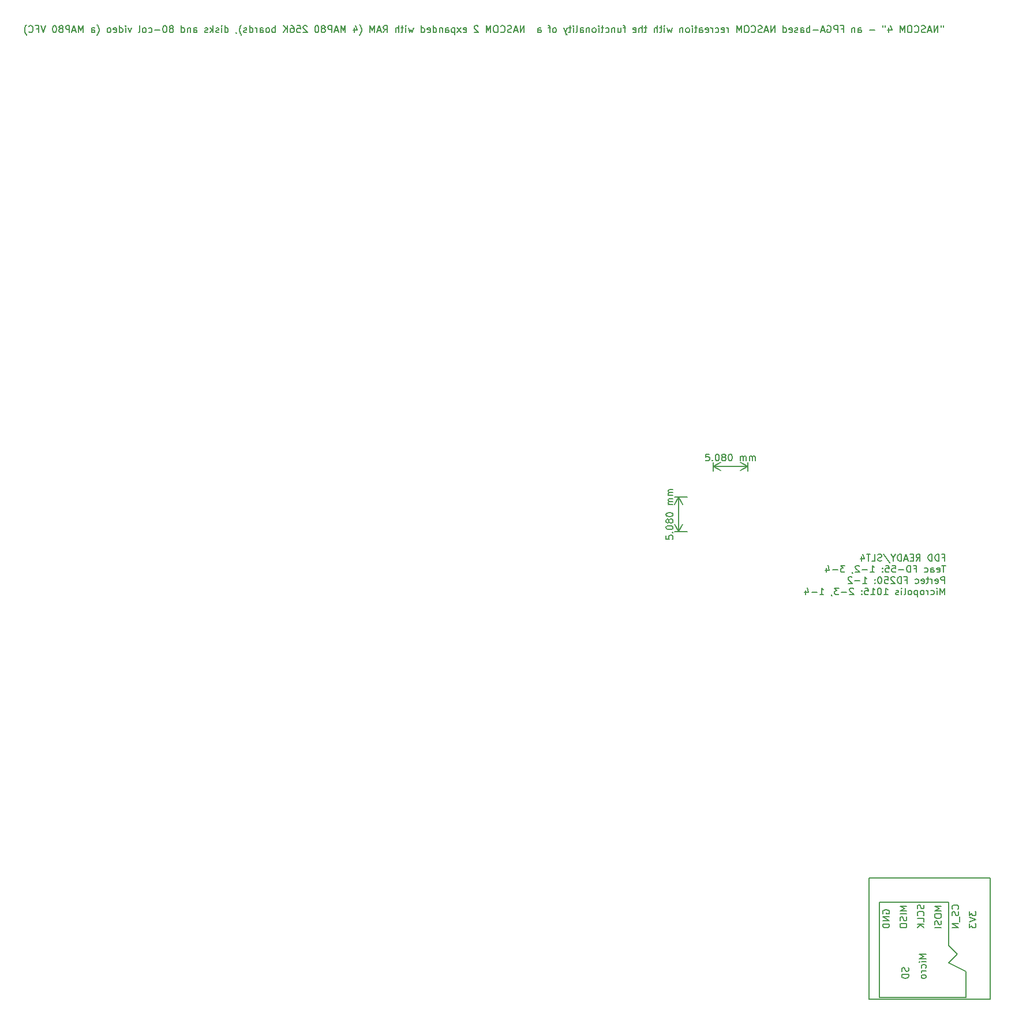
<source format=gbo>
%TF.GenerationSoftware,KiCad,Pcbnew,5.1.12-84ad8e8a86~92~ubuntu18.04.1*%
%TF.CreationDate,2022-10-23T22:52:00+01:00*%
%TF.ProjectId,nascom_ng,6e617363-6f6d-45f6-9e67-2e6b69636164,rev?*%
%TF.SameCoordinates,Original*%
%TF.FileFunction,Legend,Bot*%
%TF.FilePolarity,Positive*%
%FSLAX46Y46*%
G04 Gerber Fmt 4.6, Leading zero omitted, Abs format (unit mm)*
G04 Created by KiCad (PCBNEW 5.1.12-84ad8e8a86~92~ubuntu18.04.1) date 2022-10-23 22:52:00*
%MOMM*%
%LPD*%
G01*
G04 APERTURE LIST*
%ADD10C,0.150000*%
G04 APERTURE END LIST*
D10*
X180941071Y-100323571D02*
X181274404Y-100323571D01*
X181274404Y-100847380D02*
X181274404Y-99847380D01*
X180798214Y-99847380D01*
X180417261Y-100847380D02*
X180417261Y-99847380D01*
X180179166Y-99847380D01*
X180036309Y-99895000D01*
X179941071Y-99990238D01*
X179893452Y-100085476D01*
X179845833Y-100275952D01*
X179845833Y-100418809D01*
X179893452Y-100609285D01*
X179941071Y-100704523D01*
X180036309Y-100799761D01*
X180179166Y-100847380D01*
X180417261Y-100847380D01*
X179417261Y-100847380D02*
X179417261Y-99847380D01*
X179179166Y-99847380D01*
X179036309Y-99895000D01*
X178941071Y-99990238D01*
X178893452Y-100085476D01*
X178845833Y-100275952D01*
X178845833Y-100418809D01*
X178893452Y-100609285D01*
X178941071Y-100704523D01*
X179036309Y-100799761D01*
X179179166Y-100847380D01*
X179417261Y-100847380D01*
X177083928Y-100847380D02*
X177417261Y-100371190D01*
X177655357Y-100847380D02*
X177655357Y-99847380D01*
X177274404Y-99847380D01*
X177179166Y-99895000D01*
X177131547Y-99942619D01*
X177083928Y-100037857D01*
X177083928Y-100180714D01*
X177131547Y-100275952D01*
X177179166Y-100323571D01*
X177274404Y-100371190D01*
X177655357Y-100371190D01*
X176655357Y-100323571D02*
X176322023Y-100323571D01*
X176179166Y-100847380D02*
X176655357Y-100847380D01*
X176655357Y-99847380D01*
X176179166Y-99847380D01*
X175798214Y-100561666D02*
X175322023Y-100561666D01*
X175893452Y-100847380D02*
X175560119Y-99847380D01*
X175226785Y-100847380D01*
X174893452Y-100847380D02*
X174893452Y-99847380D01*
X174655357Y-99847380D01*
X174512500Y-99895000D01*
X174417261Y-99990238D01*
X174369642Y-100085476D01*
X174322023Y-100275952D01*
X174322023Y-100418809D01*
X174369642Y-100609285D01*
X174417261Y-100704523D01*
X174512500Y-100799761D01*
X174655357Y-100847380D01*
X174893452Y-100847380D01*
X173702976Y-100371190D02*
X173702976Y-100847380D01*
X174036309Y-99847380D02*
X173702976Y-100371190D01*
X173369642Y-99847380D01*
X172322023Y-99799761D02*
X173179166Y-101085476D01*
X172036309Y-100799761D02*
X171893452Y-100847380D01*
X171655357Y-100847380D01*
X171560119Y-100799761D01*
X171512500Y-100752142D01*
X171464880Y-100656904D01*
X171464880Y-100561666D01*
X171512500Y-100466428D01*
X171560119Y-100418809D01*
X171655357Y-100371190D01*
X171845833Y-100323571D01*
X171941071Y-100275952D01*
X171988690Y-100228333D01*
X172036309Y-100133095D01*
X172036309Y-100037857D01*
X171988690Y-99942619D01*
X171941071Y-99895000D01*
X171845833Y-99847380D01*
X171607738Y-99847380D01*
X171464880Y-99895000D01*
X170560119Y-100847380D02*
X171036309Y-100847380D01*
X171036309Y-99847380D01*
X170369642Y-99847380D02*
X169798214Y-99847380D01*
X170083928Y-100847380D02*
X170083928Y-99847380D01*
X169036309Y-100180714D02*
X169036309Y-100847380D01*
X169274404Y-99799761D02*
X169512500Y-100514047D01*
X168893452Y-100514047D01*
X181417261Y-101497380D02*
X180845833Y-101497380D01*
X181131547Y-102497380D02*
X181131547Y-101497380D01*
X180131547Y-102449761D02*
X180226785Y-102497380D01*
X180417261Y-102497380D01*
X180512500Y-102449761D01*
X180560119Y-102354523D01*
X180560119Y-101973571D01*
X180512500Y-101878333D01*
X180417261Y-101830714D01*
X180226785Y-101830714D01*
X180131547Y-101878333D01*
X180083928Y-101973571D01*
X180083928Y-102068809D01*
X180560119Y-102164047D01*
X179226785Y-102497380D02*
X179226785Y-101973571D01*
X179274404Y-101878333D01*
X179369642Y-101830714D01*
X179560119Y-101830714D01*
X179655357Y-101878333D01*
X179226785Y-102449761D02*
X179322023Y-102497380D01*
X179560119Y-102497380D01*
X179655357Y-102449761D01*
X179702976Y-102354523D01*
X179702976Y-102259285D01*
X179655357Y-102164047D01*
X179560119Y-102116428D01*
X179322023Y-102116428D01*
X179226785Y-102068809D01*
X178322023Y-102449761D02*
X178417261Y-102497380D01*
X178607738Y-102497380D01*
X178702976Y-102449761D01*
X178750595Y-102402142D01*
X178798214Y-102306904D01*
X178798214Y-102021190D01*
X178750595Y-101925952D01*
X178702976Y-101878333D01*
X178607738Y-101830714D01*
X178417261Y-101830714D01*
X178322023Y-101878333D01*
X176798214Y-101973571D02*
X177131547Y-101973571D01*
X177131547Y-102497380D02*
X177131547Y-101497380D01*
X176655357Y-101497380D01*
X176274404Y-102497380D02*
X176274404Y-101497380D01*
X176036309Y-101497380D01*
X175893452Y-101545000D01*
X175798214Y-101640238D01*
X175750595Y-101735476D01*
X175702976Y-101925952D01*
X175702976Y-102068809D01*
X175750595Y-102259285D01*
X175798214Y-102354523D01*
X175893452Y-102449761D01*
X176036309Y-102497380D01*
X176274404Y-102497380D01*
X175274404Y-102116428D02*
X174512500Y-102116428D01*
X173560119Y-101497380D02*
X174036309Y-101497380D01*
X174083928Y-101973571D01*
X174036309Y-101925952D01*
X173941071Y-101878333D01*
X173702976Y-101878333D01*
X173607738Y-101925952D01*
X173560119Y-101973571D01*
X173512500Y-102068809D01*
X173512500Y-102306904D01*
X173560119Y-102402142D01*
X173607738Y-102449761D01*
X173702976Y-102497380D01*
X173941071Y-102497380D01*
X174036309Y-102449761D01*
X174083928Y-102402142D01*
X172607738Y-101497380D02*
X173083928Y-101497380D01*
X173131547Y-101973571D01*
X173083928Y-101925952D01*
X172988690Y-101878333D01*
X172750595Y-101878333D01*
X172655357Y-101925952D01*
X172607738Y-101973571D01*
X172560119Y-102068809D01*
X172560119Y-102306904D01*
X172607738Y-102402142D01*
X172655357Y-102449761D01*
X172750595Y-102497380D01*
X172988690Y-102497380D01*
X173083928Y-102449761D01*
X173131547Y-102402142D01*
X172131547Y-102402142D02*
X172083928Y-102449761D01*
X172131547Y-102497380D01*
X172179166Y-102449761D01*
X172131547Y-102402142D01*
X172131547Y-102497380D01*
X172131547Y-101878333D02*
X172083928Y-101925952D01*
X172131547Y-101973571D01*
X172179166Y-101925952D01*
X172131547Y-101878333D01*
X172131547Y-101973571D01*
X170369642Y-102497380D02*
X170941071Y-102497380D01*
X170655357Y-102497380D02*
X170655357Y-101497380D01*
X170750595Y-101640238D01*
X170845833Y-101735476D01*
X170941071Y-101783095D01*
X169941071Y-102116428D02*
X169179166Y-102116428D01*
X168750595Y-101592619D02*
X168702976Y-101545000D01*
X168607738Y-101497380D01*
X168369642Y-101497380D01*
X168274404Y-101545000D01*
X168226785Y-101592619D01*
X168179166Y-101687857D01*
X168179166Y-101783095D01*
X168226785Y-101925952D01*
X168798214Y-102497380D01*
X168179166Y-102497380D01*
X167702976Y-102449761D02*
X167702976Y-102497380D01*
X167750595Y-102592619D01*
X167798214Y-102640238D01*
X166607738Y-101497380D02*
X165988690Y-101497380D01*
X166322023Y-101878333D01*
X166179166Y-101878333D01*
X166083928Y-101925952D01*
X166036309Y-101973571D01*
X165988690Y-102068809D01*
X165988690Y-102306904D01*
X166036309Y-102402142D01*
X166083928Y-102449761D01*
X166179166Y-102497380D01*
X166464880Y-102497380D01*
X166560119Y-102449761D01*
X166607738Y-102402142D01*
X165560119Y-102116428D02*
X164798214Y-102116428D01*
X163893452Y-101830714D02*
X163893452Y-102497380D01*
X164131547Y-101449761D02*
X164369642Y-102164047D01*
X163750595Y-102164047D01*
X181274404Y-104147380D02*
X181274404Y-103147380D01*
X180893452Y-103147380D01*
X180798214Y-103195000D01*
X180750595Y-103242619D01*
X180702976Y-103337857D01*
X180702976Y-103480714D01*
X180750595Y-103575952D01*
X180798214Y-103623571D01*
X180893452Y-103671190D01*
X181274404Y-103671190D01*
X179893452Y-104099761D02*
X179988690Y-104147380D01*
X180179166Y-104147380D01*
X180274404Y-104099761D01*
X180322023Y-104004523D01*
X180322023Y-103623571D01*
X180274404Y-103528333D01*
X180179166Y-103480714D01*
X179988690Y-103480714D01*
X179893452Y-103528333D01*
X179845833Y-103623571D01*
X179845833Y-103718809D01*
X180322023Y-103814047D01*
X179417261Y-104147380D02*
X179417261Y-103480714D01*
X179417261Y-103671190D02*
X179369642Y-103575952D01*
X179322023Y-103528333D01*
X179226785Y-103480714D01*
X179131547Y-103480714D01*
X178941071Y-103480714D02*
X178560119Y-103480714D01*
X178798214Y-103147380D02*
X178798214Y-104004523D01*
X178750595Y-104099761D01*
X178655357Y-104147380D01*
X178560119Y-104147380D01*
X177845833Y-104099761D02*
X177941071Y-104147380D01*
X178131547Y-104147380D01*
X178226785Y-104099761D01*
X178274404Y-104004523D01*
X178274404Y-103623571D01*
X178226785Y-103528333D01*
X178131547Y-103480714D01*
X177941071Y-103480714D01*
X177845833Y-103528333D01*
X177798214Y-103623571D01*
X177798214Y-103718809D01*
X178274404Y-103814047D01*
X176941071Y-104099761D02*
X177036309Y-104147380D01*
X177226785Y-104147380D01*
X177322023Y-104099761D01*
X177369642Y-104052142D01*
X177417261Y-103956904D01*
X177417261Y-103671190D01*
X177369642Y-103575952D01*
X177322023Y-103528333D01*
X177226785Y-103480714D01*
X177036309Y-103480714D01*
X176941071Y-103528333D01*
X175417261Y-103623571D02*
X175750595Y-103623571D01*
X175750595Y-104147380D02*
X175750595Y-103147380D01*
X175274404Y-103147380D01*
X174893452Y-104147380D02*
X174893452Y-103147380D01*
X174655357Y-103147380D01*
X174512500Y-103195000D01*
X174417261Y-103290238D01*
X174369642Y-103385476D01*
X174322023Y-103575952D01*
X174322023Y-103718809D01*
X174369642Y-103909285D01*
X174417261Y-104004523D01*
X174512500Y-104099761D01*
X174655357Y-104147380D01*
X174893452Y-104147380D01*
X173941071Y-103242619D02*
X173893452Y-103195000D01*
X173798214Y-103147380D01*
X173560119Y-103147380D01*
X173464880Y-103195000D01*
X173417261Y-103242619D01*
X173369642Y-103337857D01*
X173369642Y-103433095D01*
X173417261Y-103575952D01*
X173988690Y-104147380D01*
X173369642Y-104147380D01*
X172464880Y-103147380D02*
X172941071Y-103147380D01*
X172988690Y-103623571D01*
X172941071Y-103575952D01*
X172845833Y-103528333D01*
X172607738Y-103528333D01*
X172512500Y-103575952D01*
X172464880Y-103623571D01*
X172417261Y-103718809D01*
X172417261Y-103956904D01*
X172464880Y-104052142D01*
X172512500Y-104099761D01*
X172607738Y-104147380D01*
X172845833Y-104147380D01*
X172941071Y-104099761D01*
X172988690Y-104052142D01*
X171798214Y-103147380D02*
X171702976Y-103147380D01*
X171607738Y-103195000D01*
X171560119Y-103242619D01*
X171512500Y-103337857D01*
X171464880Y-103528333D01*
X171464880Y-103766428D01*
X171512500Y-103956904D01*
X171560119Y-104052142D01*
X171607738Y-104099761D01*
X171702976Y-104147380D01*
X171798214Y-104147380D01*
X171893452Y-104099761D01*
X171941071Y-104052142D01*
X171988690Y-103956904D01*
X172036309Y-103766428D01*
X172036309Y-103528333D01*
X171988690Y-103337857D01*
X171941071Y-103242619D01*
X171893452Y-103195000D01*
X171798214Y-103147380D01*
X171036309Y-104052142D02*
X170988690Y-104099761D01*
X171036309Y-104147380D01*
X171083928Y-104099761D01*
X171036309Y-104052142D01*
X171036309Y-104147380D01*
X171036309Y-103528333D02*
X170988690Y-103575952D01*
X171036309Y-103623571D01*
X171083928Y-103575952D01*
X171036309Y-103528333D01*
X171036309Y-103623571D01*
X169274404Y-104147380D02*
X169845833Y-104147380D01*
X169560119Y-104147380D02*
X169560119Y-103147380D01*
X169655357Y-103290238D01*
X169750595Y-103385476D01*
X169845833Y-103433095D01*
X168845833Y-103766428D02*
X168083928Y-103766428D01*
X167655357Y-103242619D02*
X167607738Y-103195000D01*
X167512500Y-103147380D01*
X167274404Y-103147380D01*
X167179166Y-103195000D01*
X167131547Y-103242619D01*
X167083928Y-103337857D01*
X167083928Y-103433095D01*
X167131547Y-103575952D01*
X167702976Y-104147380D01*
X167083928Y-104147380D01*
X181274404Y-105797380D02*
X181274404Y-104797380D01*
X180941071Y-105511666D01*
X180607738Y-104797380D01*
X180607738Y-105797380D01*
X180131547Y-105797380D02*
X180131547Y-105130714D01*
X180131547Y-104797380D02*
X180179166Y-104845000D01*
X180131547Y-104892619D01*
X180083928Y-104845000D01*
X180131547Y-104797380D01*
X180131547Y-104892619D01*
X179226785Y-105749761D02*
X179322023Y-105797380D01*
X179512500Y-105797380D01*
X179607738Y-105749761D01*
X179655357Y-105702142D01*
X179702976Y-105606904D01*
X179702976Y-105321190D01*
X179655357Y-105225952D01*
X179607738Y-105178333D01*
X179512500Y-105130714D01*
X179322023Y-105130714D01*
X179226785Y-105178333D01*
X178798214Y-105797380D02*
X178798214Y-105130714D01*
X178798214Y-105321190D02*
X178750595Y-105225952D01*
X178702976Y-105178333D01*
X178607738Y-105130714D01*
X178512500Y-105130714D01*
X178036309Y-105797380D02*
X178131547Y-105749761D01*
X178179166Y-105702142D01*
X178226785Y-105606904D01*
X178226785Y-105321190D01*
X178179166Y-105225952D01*
X178131547Y-105178333D01*
X178036309Y-105130714D01*
X177893452Y-105130714D01*
X177798214Y-105178333D01*
X177750595Y-105225952D01*
X177702976Y-105321190D01*
X177702976Y-105606904D01*
X177750595Y-105702142D01*
X177798214Y-105749761D01*
X177893452Y-105797380D01*
X178036309Y-105797380D01*
X177274404Y-105130714D02*
X177274404Y-106130714D01*
X177274404Y-105178333D02*
X177179166Y-105130714D01*
X176988690Y-105130714D01*
X176893452Y-105178333D01*
X176845833Y-105225952D01*
X176798214Y-105321190D01*
X176798214Y-105606904D01*
X176845833Y-105702142D01*
X176893452Y-105749761D01*
X176988690Y-105797380D01*
X177179166Y-105797380D01*
X177274404Y-105749761D01*
X176226785Y-105797380D02*
X176322023Y-105749761D01*
X176369642Y-105702142D01*
X176417261Y-105606904D01*
X176417261Y-105321190D01*
X176369642Y-105225952D01*
X176322023Y-105178333D01*
X176226785Y-105130714D01*
X176083928Y-105130714D01*
X175988690Y-105178333D01*
X175941071Y-105225952D01*
X175893452Y-105321190D01*
X175893452Y-105606904D01*
X175941071Y-105702142D01*
X175988690Y-105749761D01*
X176083928Y-105797380D01*
X176226785Y-105797380D01*
X175322023Y-105797380D02*
X175417261Y-105749761D01*
X175464880Y-105654523D01*
X175464880Y-104797380D01*
X174941071Y-105797380D02*
X174941071Y-105130714D01*
X174941071Y-104797380D02*
X174988690Y-104845000D01*
X174941071Y-104892619D01*
X174893452Y-104845000D01*
X174941071Y-104797380D01*
X174941071Y-104892619D01*
X174512500Y-105749761D02*
X174417261Y-105797380D01*
X174226785Y-105797380D01*
X174131547Y-105749761D01*
X174083928Y-105654523D01*
X174083928Y-105606904D01*
X174131547Y-105511666D01*
X174226785Y-105464047D01*
X174369642Y-105464047D01*
X174464880Y-105416428D01*
X174512500Y-105321190D01*
X174512500Y-105273571D01*
X174464880Y-105178333D01*
X174369642Y-105130714D01*
X174226785Y-105130714D01*
X174131547Y-105178333D01*
X172369642Y-105797380D02*
X172941071Y-105797380D01*
X172655357Y-105797380D02*
X172655357Y-104797380D01*
X172750595Y-104940238D01*
X172845833Y-105035476D01*
X172941071Y-105083095D01*
X171750595Y-104797380D02*
X171655357Y-104797380D01*
X171560119Y-104845000D01*
X171512500Y-104892619D01*
X171464880Y-104987857D01*
X171417261Y-105178333D01*
X171417261Y-105416428D01*
X171464880Y-105606904D01*
X171512500Y-105702142D01*
X171560119Y-105749761D01*
X171655357Y-105797380D01*
X171750595Y-105797380D01*
X171845833Y-105749761D01*
X171893452Y-105702142D01*
X171941071Y-105606904D01*
X171988690Y-105416428D01*
X171988690Y-105178333D01*
X171941071Y-104987857D01*
X171893452Y-104892619D01*
X171845833Y-104845000D01*
X171750595Y-104797380D01*
X170464880Y-105797380D02*
X171036309Y-105797380D01*
X170750595Y-105797380D02*
X170750595Y-104797380D01*
X170845833Y-104940238D01*
X170941071Y-105035476D01*
X171036309Y-105083095D01*
X169560119Y-104797380D02*
X170036309Y-104797380D01*
X170083928Y-105273571D01*
X170036309Y-105225952D01*
X169941071Y-105178333D01*
X169702976Y-105178333D01*
X169607738Y-105225952D01*
X169560119Y-105273571D01*
X169512500Y-105368809D01*
X169512500Y-105606904D01*
X169560119Y-105702142D01*
X169607738Y-105749761D01*
X169702976Y-105797380D01*
X169941071Y-105797380D01*
X170036309Y-105749761D01*
X170083928Y-105702142D01*
X169083928Y-105702142D02*
X169036309Y-105749761D01*
X169083928Y-105797380D01*
X169131547Y-105749761D01*
X169083928Y-105702142D01*
X169083928Y-105797380D01*
X169083928Y-105178333D02*
X169036309Y-105225952D01*
X169083928Y-105273571D01*
X169131547Y-105225952D01*
X169083928Y-105178333D01*
X169083928Y-105273571D01*
X167893452Y-104892619D02*
X167845833Y-104845000D01*
X167750595Y-104797380D01*
X167512500Y-104797380D01*
X167417261Y-104845000D01*
X167369642Y-104892619D01*
X167322023Y-104987857D01*
X167322023Y-105083095D01*
X167369642Y-105225952D01*
X167941071Y-105797380D01*
X167322023Y-105797380D01*
X166893452Y-105416428D02*
X166131547Y-105416428D01*
X165750595Y-104797380D02*
X165131547Y-104797380D01*
X165464880Y-105178333D01*
X165322023Y-105178333D01*
X165226785Y-105225952D01*
X165179166Y-105273571D01*
X165131547Y-105368809D01*
X165131547Y-105606904D01*
X165179166Y-105702142D01*
X165226785Y-105749761D01*
X165322023Y-105797380D01*
X165607738Y-105797380D01*
X165702976Y-105749761D01*
X165750595Y-105702142D01*
X164655357Y-105749761D02*
X164655357Y-105797380D01*
X164702976Y-105892619D01*
X164750595Y-105940238D01*
X162941071Y-105797380D02*
X163512500Y-105797380D01*
X163226785Y-105797380D02*
X163226785Y-104797380D01*
X163322023Y-104940238D01*
X163417261Y-105035476D01*
X163512500Y-105083095D01*
X162512500Y-105416428D02*
X161750595Y-105416428D01*
X160845833Y-105130714D02*
X160845833Y-105797380D01*
X161083928Y-104749761D02*
X161322023Y-105464047D01*
X160702976Y-105464047D01*
X181093571Y-22312380D02*
X181093571Y-22502857D01*
X180712619Y-22312380D02*
X180712619Y-22502857D01*
X180284047Y-23312380D02*
X180284047Y-22312380D01*
X179712619Y-23312380D01*
X179712619Y-22312380D01*
X179284047Y-23026666D02*
X178807857Y-23026666D01*
X179379285Y-23312380D02*
X179045952Y-22312380D01*
X178712619Y-23312380D01*
X178426904Y-23264761D02*
X178284047Y-23312380D01*
X178045952Y-23312380D01*
X177950714Y-23264761D01*
X177903095Y-23217142D01*
X177855476Y-23121904D01*
X177855476Y-23026666D01*
X177903095Y-22931428D01*
X177950714Y-22883809D01*
X178045952Y-22836190D01*
X178236428Y-22788571D01*
X178331666Y-22740952D01*
X178379285Y-22693333D01*
X178426904Y-22598095D01*
X178426904Y-22502857D01*
X178379285Y-22407619D01*
X178331666Y-22360000D01*
X178236428Y-22312380D01*
X177998333Y-22312380D01*
X177855476Y-22360000D01*
X176855476Y-23217142D02*
X176903095Y-23264761D01*
X177045952Y-23312380D01*
X177141190Y-23312380D01*
X177284047Y-23264761D01*
X177379285Y-23169523D01*
X177426904Y-23074285D01*
X177474523Y-22883809D01*
X177474523Y-22740952D01*
X177426904Y-22550476D01*
X177379285Y-22455238D01*
X177284047Y-22360000D01*
X177141190Y-22312380D01*
X177045952Y-22312380D01*
X176903095Y-22360000D01*
X176855476Y-22407619D01*
X176236428Y-22312380D02*
X176045952Y-22312380D01*
X175950714Y-22360000D01*
X175855476Y-22455238D01*
X175807857Y-22645714D01*
X175807857Y-22979047D01*
X175855476Y-23169523D01*
X175950714Y-23264761D01*
X176045952Y-23312380D01*
X176236428Y-23312380D01*
X176331666Y-23264761D01*
X176426904Y-23169523D01*
X176474523Y-22979047D01*
X176474523Y-22645714D01*
X176426904Y-22455238D01*
X176331666Y-22360000D01*
X176236428Y-22312380D01*
X175379285Y-23312380D02*
X175379285Y-22312380D01*
X175045952Y-23026666D01*
X174712619Y-22312380D01*
X174712619Y-23312380D01*
X173045952Y-22645714D02*
X173045952Y-23312380D01*
X173284047Y-22264761D02*
X173522142Y-22979047D01*
X172903095Y-22979047D01*
X172569761Y-22312380D02*
X172569761Y-22502857D01*
X172188809Y-22312380D02*
X172188809Y-22502857D01*
X170998333Y-22931428D02*
X170236428Y-22931428D01*
X168569761Y-23312380D02*
X168569761Y-22788571D01*
X168617380Y-22693333D01*
X168712619Y-22645714D01*
X168903095Y-22645714D01*
X168998333Y-22693333D01*
X168569761Y-23264761D02*
X168664999Y-23312380D01*
X168903095Y-23312380D01*
X168998333Y-23264761D01*
X169045952Y-23169523D01*
X169045952Y-23074285D01*
X168998333Y-22979047D01*
X168903095Y-22931428D01*
X168664999Y-22931428D01*
X168569761Y-22883809D01*
X168093571Y-22645714D02*
X168093571Y-23312380D01*
X168093571Y-22740952D02*
X168045952Y-22693333D01*
X167950714Y-22645714D01*
X167807857Y-22645714D01*
X167712619Y-22693333D01*
X167664999Y-22788571D01*
X167664999Y-23312380D01*
X166093571Y-22788571D02*
X166426904Y-22788571D01*
X166426904Y-23312380D02*
X166426904Y-22312380D01*
X165950714Y-22312380D01*
X165569761Y-23312380D02*
X165569761Y-22312380D01*
X165188809Y-22312380D01*
X165093571Y-22360000D01*
X165045952Y-22407619D01*
X164998333Y-22502857D01*
X164998333Y-22645714D01*
X165045952Y-22740952D01*
X165093571Y-22788571D01*
X165188809Y-22836190D01*
X165569761Y-22836190D01*
X164045952Y-22360000D02*
X164141190Y-22312380D01*
X164284047Y-22312380D01*
X164426904Y-22360000D01*
X164522142Y-22455238D01*
X164569761Y-22550476D01*
X164617380Y-22740952D01*
X164617380Y-22883809D01*
X164569761Y-23074285D01*
X164522142Y-23169523D01*
X164426904Y-23264761D01*
X164284047Y-23312380D01*
X164188809Y-23312380D01*
X164045952Y-23264761D01*
X163998333Y-23217142D01*
X163998333Y-22883809D01*
X164188809Y-22883809D01*
X163617380Y-23026666D02*
X163141190Y-23026666D01*
X163712619Y-23312380D02*
X163379285Y-22312380D01*
X163045952Y-23312380D01*
X162712619Y-22931428D02*
X161950714Y-22931428D01*
X161474523Y-23312380D02*
X161474523Y-22312380D01*
X161474523Y-22693333D02*
X161379285Y-22645714D01*
X161188809Y-22645714D01*
X161093571Y-22693333D01*
X161045952Y-22740952D01*
X160998333Y-22836190D01*
X160998333Y-23121904D01*
X161045952Y-23217142D01*
X161093571Y-23264761D01*
X161188809Y-23312380D01*
X161379285Y-23312380D01*
X161474523Y-23264761D01*
X160141190Y-23312380D02*
X160141190Y-22788571D01*
X160188809Y-22693333D01*
X160284047Y-22645714D01*
X160474523Y-22645714D01*
X160569761Y-22693333D01*
X160141190Y-23264761D02*
X160236428Y-23312380D01*
X160474523Y-23312380D01*
X160569761Y-23264761D01*
X160617380Y-23169523D01*
X160617380Y-23074285D01*
X160569761Y-22979047D01*
X160474523Y-22931428D01*
X160236428Y-22931428D01*
X160141190Y-22883809D01*
X159712619Y-23264761D02*
X159617380Y-23312380D01*
X159426904Y-23312380D01*
X159331666Y-23264761D01*
X159284047Y-23169523D01*
X159284047Y-23121904D01*
X159331666Y-23026666D01*
X159426904Y-22979047D01*
X159569761Y-22979047D01*
X159664999Y-22931428D01*
X159712619Y-22836190D01*
X159712619Y-22788571D01*
X159664999Y-22693333D01*
X159569761Y-22645714D01*
X159426904Y-22645714D01*
X159331666Y-22693333D01*
X158474523Y-23264761D02*
X158569761Y-23312380D01*
X158760238Y-23312380D01*
X158855476Y-23264761D01*
X158903095Y-23169523D01*
X158903095Y-22788571D01*
X158855476Y-22693333D01*
X158760238Y-22645714D01*
X158569761Y-22645714D01*
X158474523Y-22693333D01*
X158426904Y-22788571D01*
X158426904Y-22883809D01*
X158903095Y-22979047D01*
X157569761Y-23312380D02*
X157569761Y-22312380D01*
X157569761Y-23264761D02*
X157664999Y-23312380D01*
X157855476Y-23312380D01*
X157950714Y-23264761D01*
X157998333Y-23217142D01*
X158045952Y-23121904D01*
X158045952Y-22836190D01*
X157998333Y-22740952D01*
X157950714Y-22693333D01*
X157855476Y-22645714D01*
X157664999Y-22645714D01*
X157569761Y-22693333D01*
X156331666Y-23312380D02*
X156331666Y-22312380D01*
X155760238Y-23312380D01*
X155760238Y-22312380D01*
X155331666Y-23026666D02*
X154855476Y-23026666D01*
X155426904Y-23312380D02*
X155093571Y-22312380D01*
X154760238Y-23312380D01*
X154474523Y-23264761D02*
X154331666Y-23312380D01*
X154093571Y-23312380D01*
X153998333Y-23264761D01*
X153950714Y-23217142D01*
X153903095Y-23121904D01*
X153903095Y-23026666D01*
X153950714Y-22931428D01*
X153998333Y-22883809D01*
X154093571Y-22836190D01*
X154284047Y-22788571D01*
X154379285Y-22740952D01*
X154426904Y-22693333D01*
X154474523Y-22598095D01*
X154474523Y-22502857D01*
X154426904Y-22407619D01*
X154379285Y-22360000D01*
X154284047Y-22312380D01*
X154045952Y-22312380D01*
X153903095Y-22360000D01*
X152903095Y-23217142D02*
X152950714Y-23264761D01*
X153093571Y-23312380D01*
X153188809Y-23312380D01*
X153331666Y-23264761D01*
X153426904Y-23169523D01*
X153474523Y-23074285D01*
X153522142Y-22883809D01*
X153522142Y-22740952D01*
X153474523Y-22550476D01*
X153426904Y-22455238D01*
X153331666Y-22360000D01*
X153188809Y-22312380D01*
X153093571Y-22312380D01*
X152950714Y-22360000D01*
X152903095Y-22407619D01*
X152284047Y-22312380D02*
X152093571Y-22312380D01*
X151998333Y-22360000D01*
X151903095Y-22455238D01*
X151855476Y-22645714D01*
X151855476Y-22979047D01*
X151903095Y-23169523D01*
X151998333Y-23264761D01*
X152093571Y-23312380D01*
X152284047Y-23312380D01*
X152379285Y-23264761D01*
X152474523Y-23169523D01*
X152522142Y-22979047D01*
X152522142Y-22645714D01*
X152474523Y-22455238D01*
X152379285Y-22360000D01*
X152284047Y-22312380D01*
X151426904Y-23312380D02*
X151426904Y-22312380D01*
X151093571Y-23026666D01*
X150760238Y-22312380D01*
X150760238Y-23312380D01*
X149522142Y-23312380D02*
X149522142Y-22645714D01*
X149522142Y-22836190D02*
X149474523Y-22740952D01*
X149426904Y-22693333D01*
X149331666Y-22645714D01*
X149236428Y-22645714D01*
X148522142Y-23264761D02*
X148617380Y-23312380D01*
X148807857Y-23312380D01*
X148903095Y-23264761D01*
X148950714Y-23169523D01*
X148950714Y-22788571D01*
X148903095Y-22693333D01*
X148807857Y-22645714D01*
X148617380Y-22645714D01*
X148522142Y-22693333D01*
X148474523Y-22788571D01*
X148474523Y-22883809D01*
X148950714Y-22979047D01*
X147617380Y-23264761D02*
X147712619Y-23312380D01*
X147903095Y-23312380D01*
X147998333Y-23264761D01*
X148045952Y-23217142D01*
X148093571Y-23121904D01*
X148093571Y-22836190D01*
X148045952Y-22740952D01*
X147998333Y-22693333D01*
X147903095Y-22645714D01*
X147712619Y-22645714D01*
X147617380Y-22693333D01*
X147188809Y-23312380D02*
X147188809Y-22645714D01*
X147188809Y-22836190D02*
X147141190Y-22740952D01*
X147093571Y-22693333D01*
X146998333Y-22645714D01*
X146903095Y-22645714D01*
X146188809Y-23264761D02*
X146284047Y-23312380D01*
X146474523Y-23312380D01*
X146569761Y-23264761D01*
X146617380Y-23169523D01*
X146617380Y-22788571D01*
X146569761Y-22693333D01*
X146474523Y-22645714D01*
X146284047Y-22645714D01*
X146188809Y-22693333D01*
X146141190Y-22788571D01*
X146141190Y-22883809D01*
X146617380Y-22979047D01*
X145284047Y-23312380D02*
X145284047Y-22788571D01*
X145331666Y-22693333D01*
X145426904Y-22645714D01*
X145617380Y-22645714D01*
X145712619Y-22693333D01*
X145284047Y-23264761D02*
X145379285Y-23312380D01*
X145617380Y-23312380D01*
X145712619Y-23264761D01*
X145760238Y-23169523D01*
X145760238Y-23074285D01*
X145712619Y-22979047D01*
X145617380Y-22931428D01*
X145379285Y-22931428D01*
X145284047Y-22883809D01*
X144950714Y-22645714D02*
X144569761Y-22645714D01*
X144807857Y-22312380D02*
X144807857Y-23169523D01*
X144760238Y-23264761D01*
X144664999Y-23312380D01*
X144569761Y-23312380D01*
X144236428Y-23312380D02*
X144236428Y-22645714D01*
X144236428Y-22312380D02*
X144284047Y-22360000D01*
X144236428Y-22407619D01*
X144188809Y-22360000D01*
X144236428Y-22312380D01*
X144236428Y-22407619D01*
X143617380Y-23312380D02*
X143712619Y-23264761D01*
X143760238Y-23217142D01*
X143807857Y-23121904D01*
X143807857Y-22836190D01*
X143760238Y-22740952D01*
X143712619Y-22693333D01*
X143617380Y-22645714D01*
X143474523Y-22645714D01*
X143379285Y-22693333D01*
X143331666Y-22740952D01*
X143284047Y-22836190D01*
X143284047Y-23121904D01*
X143331666Y-23217142D01*
X143379285Y-23264761D01*
X143474523Y-23312380D01*
X143617380Y-23312380D01*
X142855476Y-22645714D02*
X142855476Y-23312380D01*
X142855476Y-22740952D02*
X142807857Y-22693333D01*
X142712619Y-22645714D01*
X142569761Y-22645714D01*
X142474523Y-22693333D01*
X142426904Y-22788571D01*
X142426904Y-23312380D01*
X141284047Y-22645714D02*
X141093571Y-23312380D01*
X140903095Y-22836190D01*
X140712619Y-23312380D01*
X140522142Y-22645714D01*
X140141190Y-23312380D02*
X140141190Y-22645714D01*
X140141190Y-22312380D02*
X140188809Y-22360000D01*
X140141190Y-22407619D01*
X140093571Y-22360000D01*
X140141190Y-22312380D01*
X140141190Y-22407619D01*
X139807857Y-22645714D02*
X139426904Y-22645714D01*
X139664999Y-22312380D02*
X139664999Y-23169523D01*
X139617380Y-23264761D01*
X139522142Y-23312380D01*
X139426904Y-23312380D01*
X139093571Y-23312380D02*
X139093571Y-22312380D01*
X138664999Y-23312380D02*
X138664999Y-22788571D01*
X138712619Y-22693333D01*
X138807857Y-22645714D01*
X138950714Y-22645714D01*
X139045952Y-22693333D01*
X139093571Y-22740952D01*
X137569761Y-22645714D02*
X137188809Y-22645714D01*
X137426904Y-22312380D02*
X137426904Y-23169523D01*
X137379285Y-23264761D01*
X137284047Y-23312380D01*
X137188809Y-23312380D01*
X136855476Y-23312380D02*
X136855476Y-22312380D01*
X136426904Y-23312380D02*
X136426904Y-22788571D01*
X136474523Y-22693333D01*
X136569761Y-22645714D01*
X136712619Y-22645714D01*
X136807857Y-22693333D01*
X136855476Y-22740952D01*
X135569761Y-23264761D02*
X135664999Y-23312380D01*
X135855476Y-23312380D01*
X135950714Y-23264761D01*
X135998333Y-23169523D01*
X135998333Y-22788571D01*
X135950714Y-22693333D01*
X135855476Y-22645714D01*
X135664999Y-22645714D01*
X135569761Y-22693333D01*
X135522142Y-22788571D01*
X135522142Y-22883809D01*
X135998333Y-22979047D01*
X134474523Y-22645714D02*
X134093571Y-22645714D01*
X134331666Y-23312380D02*
X134331666Y-22455238D01*
X134284047Y-22360000D01*
X134188809Y-22312380D01*
X134093571Y-22312380D01*
X133331666Y-22645714D02*
X133331666Y-23312380D01*
X133760238Y-22645714D02*
X133760238Y-23169523D01*
X133712619Y-23264761D01*
X133617380Y-23312380D01*
X133474523Y-23312380D01*
X133379285Y-23264761D01*
X133331666Y-23217142D01*
X132855476Y-22645714D02*
X132855476Y-23312380D01*
X132855476Y-22740952D02*
X132807857Y-22693333D01*
X132712619Y-22645714D01*
X132569761Y-22645714D01*
X132474523Y-22693333D01*
X132426904Y-22788571D01*
X132426904Y-23312380D01*
X131522142Y-23264761D02*
X131617380Y-23312380D01*
X131807857Y-23312380D01*
X131903095Y-23264761D01*
X131950714Y-23217142D01*
X131998333Y-23121904D01*
X131998333Y-22836190D01*
X131950714Y-22740952D01*
X131903095Y-22693333D01*
X131807857Y-22645714D01*
X131617380Y-22645714D01*
X131522142Y-22693333D01*
X131236428Y-22645714D02*
X130855476Y-22645714D01*
X131093571Y-22312380D02*
X131093571Y-23169523D01*
X131045952Y-23264761D01*
X130950714Y-23312380D01*
X130855476Y-23312380D01*
X130522142Y-23312380D02*
X130522142Y-22645714D01*
X130522142Y-22312380D02*
X130569761Y-22360000D01*
X130522142Y-22407619D01*
X130474523Y-22360000D01*
X130522142Y-22312380D01*
X130522142Y-22407619D01*
X129903095Y-23312380D02*
X129998333Y-23264761D01*
X130045952Y-23217142D01*
X130093571Y-23121904D01*
X130093571Y-22836190D01*
X130045952Y-22740952D01*
X129998333Y-22693333D01*
X129903095Y-22645714D01*
X129760238Y-22645714D01*
X129664999Y-22693333D01*
X129617380Y-22740952D01*
X129569761Y-22836190D01*
X129569761Y-23121904D01*
X129617380Y-23217142D01*
X129664999Y-23264761D01*
X129760238Y-23312380D01*
X129903095Y-23312380D01*
X129141190Y-22645714D02*
X129141190Y-23312380D01*
X129141190Y-22740952D02*
X129093571Y-22693333D01*
X128998333Y-22645714D01*
X128855476Y-22645714D01*
X128760238Y-22693333D01*
X128712619Y-22788571D01*
X128712619Y-23312380D01*
X127807857Y-23312380D02*
X127807857Y-22788571D01*
X127855476Y-22693333D01*
X127950714Y-22645714D01*
X128141190Y-22645714D01*
X128236428Y-22693333D01*
X127807857Y-23264761D02*
X127903095Y-23312380D01*
X128141190Y-23312380D01*
X128236428Y-23264761D01*
X128284047Y-23169523D01*
X128284047Y-23074285D01*
X128236428Y-22979047D01*
X128141190Y-22931428D01*
X127903095Y-22931428D01*
X127807857Y-22883809D01*
X127188809Y-23312380D02*
X127284047Y-23264761D01*
X127331666Y-23169523D01*
X127331666Y-22312380D01*
X126807857Y-23312380D02*
X126807857Y-22645714D01*
X126807857Y-22312380D02*
X126855476Y-22360000D01*
X126807857Y-22407619D01*
X126760238Y-22360000D01*
X126807857Y-22312380D01*
X126807857Y-22407619D01*
X126474523Y-22645714D02*
X126093571Y-22645714D01*
X126331666Y-22312380D02*
X126331666Y-23169523D01*
X126284047Y-23264761D01*
X126188809Y-23312380D01*
X126093571Y-23312380D01*
X125855476Y-22645714D02*
X125617380Y-23312380D01*
X125379285Y-22645714D02*
X125617380Y-23312380D01*
X125712619Y-23550476D01*
X125760238Y-23598095D01*
X125855476Y-23645714D01*
X124093571Y-23312380D02*
X124188809Y-23264761D01*
X124236428Y-23217142D01*
X124284047Y-23121904D01*
X124284047Y-22836190D01*
X124236428Y-22740952D01*
X124188809Y-22693333D01*
X124093571Y-22645714D01*
X123950714Y-22645714D01*
X123855476Y-22693333D01*
X123807857Y-22740952D01*
X123760238Y-22836190D01*
X123760238Y-23121904D01*
X123807857Y-23217142D01*
X123855476Y-23264761D01*
X123950714Y-23312380D01*
X124093571Y-23312380D01*
X123474523Y-22645714D02*
X123093571Y-22645714D01*
X123331666Y-23312380D02*
X123331666Y-22455238D01*
X123284047Y-22360000D01*
X123188809Y-22312380D01*
X123093571Y-22312380D01*
X121569761Y-23312380D02*
X121569761Y-22788571D01*
X121617380Y-22693333D01*
X121712619Y-22645714D01*
X121903095Y-22645714D01*
X121998333Y-22693333D01*
X121569761Y-23264761D02*
X121664999Y-23312380D01*
X121903095Y-23312380D01*
X121998333Y-23264761D01*
X122045952Y-23169523D01*
X122045952Y-23074285D01*
X121998333Y-22979047D01*
X121903095Y-22931428D01*
X121664999Y-22931428D01*
X121569761Y-22883809D01*
X119569761Y-23312380D02*
X119569761Y-22312380D01*
X118998333Y-23312380D01*
X118998333Y-22312380D01*
X118569761Y-23026666D02*
X118093571Y-23026666D01*
X118664999Y-23312380D02*
X118331666Y-22312380D01*
X117998333Y-23312380D01*
X117712619Y-23264761D02*
X117569761Y-23312380D01*
X117331666Y-23312380D01*
X117236428Y-23264761D01*
X117188809Y-23217142D01*
X117141190Y-23121904D01*
X117141190Y-23026666D01*
X117188809Y-22931428D01*
X117236428Y-22883809D01*
X117331666Y-22836190D01*
X117522142Y-22788571D01*
X117617380Y-22740952D01*
X117664999Y-22693333D01*
X117712619Y-22598095D01*
X117712619Y-22502857D01*
X117664999Y-22407619D01*
X117617380Y-22360000D01*
X117522142Y-22312380D01*
X117284047Y-22312380D01*
X117141190Y-22360000D01*
X116141190Y-23217142D02*
X116188809Y-23264761D01*
X116331666Y-23312380D01*
X116426904Y-23312380D01*
X116569761Y-23264761D01*
X116664999Y-23169523D01*
X116712619Y-23074285D01*
X116760238Y-22883809D01*
X116760238Y-22740952D01*
X116712619Y-22550476D01*
X116664999Y-22455238D01*
X116569761Y-22360000D01*
X116426904Y-22312380D01*
X116331666Y-22312380D01*
X116188809Y-22360000D01*
X116141190Y-22407619D01*
X115522142Y-22312380D02*
X115331666Y-22312380D01*
X115236428Y-22360000D01*
X115141190Y-22455238D01*
X115093571Y-22645714D01*
X115093571Y-22979047D01*
X115141190Y-23169523D01*
X115236428Y-23264761D01*
X115331666Y-23312380D01*
X115522142Y-23312380D01*
X115617380Y-23264761D01*
X115712619Y-23169523D01*
X115760238Y-22979047D01*
X115760238Y-22645714D01*
X115712619Y-22455238D01*
X115617380Y-22360000D01*
X115522142Y-22312380D01*
X114664999Y-23312380D02*
X114664999Y-22312380D01*
X114331666Y-23026666D01*
X113998333Y-22312380D01*
X113998333Y-23312380D01*
X112807857Y-22407619D02*
X112760238Y-22360000D01*
X112664999Y-22312380D01*
X112426904Y-22312380D01*
X112331666Y-22360000D01*
X112284047Y-22407619D01*
X112236428Y-22502857D01*
X112236428Y-22598095D01*
X112284047Y-22740952D01*
X112855476Y-23312380D01*
X112236428Y-23312380D01*
X110664999Y-23264761D02*
X110760238Y-23312380D01*
X110950714Y-23312380D01*
X111045952Y-23264761D01*
X111093571Y-23169523D01*
X111093571Y-22788571D01*
X111045952Y-22693333D01*
X110950714Y-22645714D01*
X110760238Y-22645714D01*
X110664999Y-22693333D01*
X110617380Y-22788571D01*
X110617380Y-22883809D01*
X111093571Y-22979047D01*
X110284047Y-23312380D02*
X109760238Y-22645714D01*
X110284047Y-22645714D02*
X109760238Y-23312380D01*
X109379285Y-22645714D02*
X109379285Y-23645714D01*
X109379285Y-22693333D02*
X109284047Y-22645714D01*
X109093571Y-22645714D01*
X108998333Y-22693333D01*
X108950714Y-22740952D01*
X108903095Y-22836190D01*
X108903095Y-23121904D01*
X108950714Y-23217142D01*
X108998333Y-23264761D01*
X109093571Y-23312380D01*
X109284047Y-23312380D01*
X109379285Y-23264761D01*
X108045952Y-23312380D02*
X108045952Y-22788571D01*
X108093571Y-22693333D01*
X108188809Y-22645714D01*
X108379285Y-22645714D01*
X108474523Y-22693333D01*
X108045952Y-23264761D02*
X108141190Y-23312380D01*
X108379285Y-23312380D01*
X108474523Y-23264761D01*
X108522142Y-23169523D01*
X108522142Y-23074285D01*
X108474523Y-22979047D01*
X108379285Y-22931428D01*
X108141190Y-22931428D01*
X108045952Y-22883809D01*
X107569761Y-22645714D02*
X107569761Y-23312380D01*
X107569761Y-22740952D02*
X107522142Y-22693333D01*
X107426904Y-22645714D01*
X107284047Y-22645714D01*
X107188809Y-22693333D01*
X107141190Y-22788571D01*
X107141190Y-23312380D01*
X106236428Y-23312380D02*
X106236428Y-22312380D01*
X106236428Y-23264761D02*
X106331666Y-23312380D01*
X106522142Y-23312380D01*
X106617380Y-23264761D01*
X106664999Y-23217142D01*
X106712619Y-23121904D01*
X106712619Y-22836190D01*
X106664999Y-22740952D01*
X106617380Y-22693333D01*
X106522142Y-22645714D01*
X106331666Y-22645714D01*
X106236428Y-22693333D01*
X105379285Y-23264761D02*
X105474523Y-23312380D01*
X105664999Y-23312380D01*
X105760238Y-23264761D01*
X105807857Y-23169523D01*
X105807857Y-22788571D01*
X105760238Y-22693333D01*
X105664999Y-22645714D01*
X105474523Y-22645714D01*
X105379285Y-22693333D01*
X105331666Y-22788571D01*
X105331666Y-22883809D01*
X105807857Y-22979047D01*
X104474523Y-23312380D02*
X104474523Y-22312380D01*
X104474523Y-23264761D02*
X104569761Y-23312380D01*
X104760238Y-23312380D01*
X104855476Y-23264761D01*
X104903095Y-23217142D01*
X104950714Y-23121904D01*
X104950714Y-22836190D01*
X104903095Y-22740952D01*
X104855476Y-22693333D01*
X104760238Y-22645714D01*
X104569761Y-22645714D01*
X104474523Y-22693333D01*
X103331666Y-22645714D02*
X103141190Y-23312380D01*
X102950714Y-22836190D01*
X102760238Y-23312380D01*
X102569761Y-22645714D01*
X102188809Y-23312380D02*
X102188809Y-22645714D01*
X102188809Y-22312380D02*
X102236428Y-22360000D01*
X102188809Y-22407619D01*
X102141190Y-22360000D01*
X102188809Y-22312380D01*
X102188809Y-22407619D01*
X101855476Y-22645714D02*
X101474523Y-22645714D01*
X101712619Y-22312380D02*
X101712619Y-23169523D01*
X101664999Y-23264761D01*
X101569761Y-23312380D01*
X101474523Y-23312380D01*
X101141190Y-23312380D02*
X101141190Y-22312380D01*
X100712619Y-23312380D02*
X100712619Y-22788571D01*
X100760238Y-22693333D01*
X100855476Y-22645714D01*
X100998333Y-22645714D01*
X101093571Y-22693333D01*
X101141190Y-22740952D01*
X98903095Y-23312380D02*
X99236428Y-22836190D01*
X99474523Y-23312380D02*
X99474523Y-22312380D01*
X99093571Y-22312380D01*
X98998333Y-22360000D01*
X98950714Y-22407619D01*
X98903095Y-22502857D01*
X98903095Y-22645714D01*
X98950714Y-22740952D01*
X98998333Y-22788571D01*
X99093571Y-22836190D01*
X99474523Y-22836190D01*
X98522142Y-23026666D02*
X98045952Y-23026666D01*
X98617380Y-23312380D02*
X98284047Y-22312380D01*
X97950714Y-23312380D01*
X97617380Y-23312380D02*
X97617380Y-22312380D01*
X97284047Y-23026666D01*
X96950714Y-22312380D01*
X96950714Y-23312380D01*
X95426904Y-23693333D02*
X95474523Y-23645714D01*
X95569761Y-23502857D01*
X95617380Y-23407619D01*
X95664999Y-23264761D01*
X95712619Y-23026666D01*
X95712619Y-22836190D01*
X95664999Y-22598095D01*
X95617380Y-22455238D01*
X95569761Y-22360000D01*
X95474523Y-22217142D01*
X95426904Y-22169523D01*
X94617380Y-22645714D02*
X94617380Y-23312380D01*
X94855476Y-22264761D02*
X95093571Y-22979047D01*
X94474523Y-22979047D01*
X93331666Y-23312380D02*
X93331666Y-22312380D01*
X92998333Y-23026666D01*
X92664999Y-22312380D01*
X92664999Y-23312380D01*
X92236428Y-23026666D02*
X91760238Y-23026666D01*
X92331666Y-23312380D02*
X91998333Y-22312380D01*
X91664999Y-23312380D01*
X91331666Y-23312380D02*
X91331666Y-22312380D01*
X90950714Y-22312380D01*
X90855476Y-22360000D01*
X90807857Y-22407619D01*
X90760238Y-22502857D01*
X90760238Y-22645714D01*
X90807857Y-22740952D01*
X90855476Y-22788571D01*
X90950714Y-22836190D01*
X91331666Y-22836190D01*
X90188809Y-22740952D02*
X90284047Y-22693333D01*
X90331666Y-22645714D01*
X90379285Y-22550476D01*
X90379285Y-22502857D01*
X90331666Y-22407619D01*
X90284047Y-22360000D01*
X90188809Y-22312380D01*
X89998333Y-22312380D01*
X89903095Y-22360000D01*
X89855476Y-22407619D01*
X89807857Y-22502857D01*
X89807857Y-22550476D01*
X89855476Y-22645714D01*
X89903095Y-22693333D01*
X89998333Y-22740952D01*
X90188809Y-22740952D01*
X90284047Y-22788571D01*
X90331666Y-22836190D01*
X90379285Y-22931428D01*
X90379285Y-23121904D01*
X90331666Y-23217142D01*
X90284047Y-23264761D01*
X90188809Y-23312380D01*
X89998333Y-23312380D01*
X89903095Y-23264761D01*
X89855476Y-23217142D01*
X89807857Y-23121904D01*
X89807857Y-22931428D01*
X89855476Y-22836190D01*
X89903095Y-22788571D01*
X89998333Y-22740952D01*
X89188809Y-22312380D02*
X89093571Y-22312380D01*
X88998333Y-22360000D01*
X88950714Y-22407619D01*
X88903095Y-22502857D01*
X88855476Y-22693333D01*
X88855476Y-22931428D01*
X88903095Y-23121904D01*
X88950714Y-23217142D01*
X88998333Y-23264761D01*
X89093571Y-23312380D01*
X89188809Y-23312380D01*
X89284047Y-23264761D01*
X89331666Y-23217142D01*
X89379285Y-23121904D01*
X89426904Y-22931428D01*
X89426904Y-22693333D01*
X89379285Y-22502857D01*
X89331666Y-22407619D01*
X89284047Y-22360000D01*
X89188809Y-22312380D01*
X87712619Y-22407619D02*
X87664999Y-22360000D01*
X87569761Y-22312380D01*
X87331666Y-22312380D01*
X87236428Y-22360000D01*
X87188809Y-22407619D01*
X87141190Y-22502857D01*
X87141190Y-22598095D01*
X87188809Y-22740952D01*
X87760238Y-23312380D01*
X87141190Y-23312380D01*
X86236428Y-22312380D02*
X86712619Y-22312380D01*
X86760238Y-22788571D01*
X86712619Y-22740952D01*
X86617380Y-22693333D01*
X86379285Y-22693333D01*
X86284047Y-22740952D01*
X86236428Y-22788571D01*
X86188809Y-22883809D01*
X86188809Y-23121904D01*
X86236428Y-23217142D01*
X86284047Y-23264761D01*
X86379285Y-23312380D01*
X86617380Y-23312380D01*
X86712619Y-23264761D01*
X86760238Y-23217142D01*
X85331666Y-22312380D02*
X85522142Y-22312380D01*
X85617380Y-22360000D01*
X85664999Y-22407619D01*
X85760238Y-22550476D01*
X85807857Y-22740952D01*
X85807857Y-23121904D01*
X85760238Y-23217142D01*
X85712619Y-23264761D01*
X85617380Y-23312380D01*
X85426904Y-23312380D01*
X85331666Y-23264761D01*
X85284047Y-23217142D01*
X85236428Y-23121904D01*
X85236428Y-22883809D01*
X85284047Y-22788571D01*
X85331666Y-22740952D01*
X85426904Y-22693333D01*
X85617380Y-22693333D01*
X85712619Y-22740952D01*
X85760238Y-22788571D01*
X85807857Y-22883809D01*
X84807857Y-23312380D02*
X84807857Y-22312380D01*
X84236428Y-23312380D02*
X84664999Y-22740952D01*
X84236428Y-22312380D02*
X84807857Y-22883809D01*
X83045952Y-23312380D02*
X83045952Y-22312380D01*
X83045952Y-22693333D02*
X82950714Y-22645714D01*
X82760238Y-22645714D01*
X82664999Y-22693333D01*
X82617380Y-22740952D01*
X82569761Y-22836190D01*
X82569761Y-23121904D01*
X82617380Y-23217142D01*
X82664999Y-23264761D01*
X82760238Y-23312380D01*
X82950714Y-23312380D01*
X83045952Y-23264761D01*
X81998333Y-23312380D02*
X82093571Y-23264761D01*
X82141190Y-23217142D01*
X82188809Y-23121904D01*
X82188809Y-22836190D01*
X82141190Y-22740952D01*
X82093571Y-22693333D01*
X81998333Y-22645714D01*
X81855476Y-22645714D01*
X81760238Y-22693333D01*
X81712619Y-22740952D01*
X81664999Y-22836190D01*
X81664999Y-23121904D01*
X81712619Y-23217142D01*
X81760238Y-23264761D01*
X81855476Y-23312380D01*
X81998333Y-23312380D01*
X80807857Y-23312380D02*
X80807857Y-22788571D01*
X80855476Y-22693333D01*
X80950714Y-22645714D01*
X81141190Y-22645714D01*
X81236428Y-22693333D01*
X80807857Y-23264761D02*
X80903095Y-23312380D01*
X81141190Y-23312380D01*
X81236428Y-23264761D01*
X81284047Y-23169523D01*
X81284047Y-23074285D01*
X81236428Y-22979047D01*
X81141190Y-22931428D01*
X80903095Y-22931428D01*
X80807857Y-22883809D01*
X80331666Y-23312380D02*
X80331666Y-22645714D01*
X80331666Y-22836190D02*
X80284047Y-22740952D01*
X80236428Y-22693333D01*
X80141190Y-22645714D01*
X80045952Y-22645714D01*
X79284047Y-23312380D02*
X79284047Y-22312380D01*
X79284047Y-23264761D02*
X79379285Y-23312380D01*
X79569761Y-23312380D01*
X79664999Y-23264761D01*
X79712619Y-23217142D01*
X79760238Y-23121904D01*
X79760238Y-22836190D01*
X79712619Y-22740952D01*
X79664999Y-22693333D01*
X79569761Y-22645714D01*
X79379285Y-22645714D01*
X79284047Y-22693333D01*
X78855476Y-23264761D02*
X78760238Y-23312380D01*
X78569761Y-23312380D01*
X78474523Y-23264761D01*
X78426904Y-23169523D01*
X78426904Y-23121904D01*
X78474523Y-23026666D01*
X78569761Y-22979047D01*
X78712619Y-22979047D01*
X78807857Y-22931428D01*
X78855476Y-22836190D01*
X78855476Y-22788571D01*
X78807857Y-22693333D01*
X78712619Y-22645714D01*
X78569761Y-22645714D01*
X78474523Y-22693333D01*
X78093571Y-23693333D02*
X78045952Y-23645714D01*
X77950714Y-23502857D01*
X77903095Y-23407619D01*
X77855476Y-23264761D01*
X77807857Y-23026666D01*
X77807857Y-22836190D01*
X77855476Y-22598095D01*
X77903095Y-22455238D01*
X77950714Y-22360000D01*
X78045952Y-22217142D01*
X78093571Y-22169523D01*
X77284047Y-23264761D02*
X77284047Y-23312380D01*
X77331666Y-23407619D01*
X77379285Y-23455238D01*
X75664999Y-23312380D02*
X75664999Y-22312380D01*
X75664999Y-23264761D02*
X75760238Y-23312380D01*
X75950714Y-23312380D01*
X76045952Y-23264761D01*
X76093571Y-23217142D01*
X76141190Y-23121904D01*
X76141190Y-22836190D01*
X76093571Y-22740952D01*
X76045952Y-22693333D01*
X75950714Y-22645714D01*
X75760238Y-22645714D01*
X75664999Y-22693333D01*
X75188809Y-23312380D02*
X75188809Y-22645714D01*
X75188809Y-22312380D02*
X75236428Y-22360000D01*
X75188809Y-22407619D01*
X75141190Y-22360000D01*
X75188809Y-22312380D01*
X75188809Y-22407619D01*
X74760238Y-23264761D02*
X74664999Y-23312380D01*
X74474523Y-23312380D01*
X74379285Y-23264761D01*
X74331666Y-23169523D01*
X74331666Y-23121904D01*
X74379285Y-23026666D01*
X74474523Y-22979047D01*
X74617380Y-22979047D01*
X74712619Y-22931428D01*
X74760238Y-22836190D01*
X74760238Y-22788571D01*
X74712619Y-22693333D01*
X74617380Y-22645714D01*
X74474523Y-22645714D01*
X74379285Y-22693333D01*
X73903095Y-23312380D02*
X73903095Y-22312380D01*
X73807857Y-22931428D02*
X73522142Y-23312380D01*
X73522142Y-22645714D02*
X73903095Y-23026666D01*
X73141190Y-23264761D02*
X73045952Y-23312380D01*
X72855476Y-23312380D01*
X72760238Y-23264761D01*
X72712619Y-23169523D01*
X72712619Y-23121904D01*
X72760238Y-23026666D01*
X72855476Y-22979047D01*
X72998333Y-22979047D01*
X73093571Y-22931428D01*
X73141190Y-22836190D01*
X73141190Y-22788571D01*
X73093571Y-22693333D01*
X72998333Y-22645714D01*
X72855476Y-22645714D01*
X72760238Y-22693333D01*
X71093571Y-23312380D02*
X71093571Y-22788571D01*
X71141190Y-22693333D01*
X71236428Y-22645714D01*
X71426904Y-22645714D01*
X71522142Y-22693333D01*
X71093571Y-23264761D02*
X71188809Y-23312380D01*
X71426904Y-23312380D01*
X71522142Y-23264761D01*
X71569761Y-23169523D01*
X71569761Y-23074285D01*
X71522142Y-22979047D01*
X71426904Y-22931428D01*
X71188809Y-22931428D01*
X71093571Y-22883809D01*
X70617380Y-22645714D02*
X70617380Y-23312380D01*
X70617380Y-22740952D02*
X70569761Y-22693333D01*
X70474523Y-22645714D01*
X70331666Y-22645714D01*
X70236428Y-22693333D01*
X70188809Y-22788571D01*
X70188809Y-23312380D01*
X69284047Y-23312380D02*
X69284047Y-22312380D01*
X69284047Y-23264761D02*
X69379285Y-23312380D01*
X69569761Y-23312380D01*
X69664999Y-23264761D01*
X69712619Y-23217142D01*
X69760238Y-23121904D01*
X69760238Y-22836190D01*
X69712619Y-22740952D01*
X69664999Y-22693333D01*
X69569761Y-22645714D01*
X69379285Y-22645714D01*
X69284047Y-22693333D01*
X67903095Y-22740952D02*
X67998333Y-22693333D01*
X68045952Y-22645714D01*
X68093571Y-22550476D01*
X68093571Y-22502857D01*
X68045952Y-22407619D01*
X67998333Y-22360000D01*
X67903095Y-22312380D01*
X67712619Y-22312380D01*
X67617380Y-22360000D01*
X67569761Y-22407619D01*
X67522142Y-22502857D01*
X67522142Y-22550476D01*
X67569761Y-22645714D01*
X67617380Y-22693333D01*
X67712619Y-22740952D01*
X67903095Y-22740952D01*
X67998333Y-22788571D01*
X68045952Y-22836190D01*
X68093571Y-22931428D01*
X68093571Y-23121904D01*
X68045952Y-23217142D01*
X67998333Y-23264761D01*
X67903095Y-23312380D01*
X67712619Y-23312380D01*
X67617380Y-23264761D01*
X67569761Y-23217142D01*
X67522142Y-23121904D01*
X67522142Y-22931428D01*
X67569761Y-22836190D01*
X67617380Y-22788571D01*
X67712619Y-22740952D01*
X66903095Y-22312380D02*
X66807857Y-22312380D01*
X66712619Y-22360000D01*
X66664999Y-22407619D01*
X66617380Y-22502857D01*
X66569761Y-22693333D01*
X66569761Y-22931428D01*
X66617380Y-23121904D01*
X66664999Y-23217142D01*
X66712619Y-23264761D01*
X66807857Y-23312380D01*
X66903095Y-23312380D01*
X66998333Y-23264761D01*
X67045952Y-23217142D01*
X67093571Y-23121904D01*
X67141190Y-22931428D01*
X67141190Y-22693333D01*
X67093571Y-22502857D01*
X67045952Y-22407619D01*
X66998333Y-22360000D01*
X66903095Y-22312380D01*
X66141190Y-22931428D02*
X65379285Y-22931428D01*
X64474523Y-23264761D02*
X64569761Y-23312380D01*
X64760238Y-23312380D01*
X64855476Y-23264761D01*
X64903095Y-23217142D01*
X64950714Y-23121904D01*
X64950714Y-22836190D01*
X64903095Y-22740952D01*
X64855476Y-22693333D01*
X64760238Y-22645714D01*
X64569761Y-22645714D01*
X64474523Y-22693333D01*
X63903095Y-23312380D02*
X63998333Y-23264761D01*
X64045952Y-23217142D01*
X64093571Y-23121904D01*
X64093571Y-22836190D01*
X64045952Y-22740952D01*
X63998333Y-22693333D01*
X63903095Y-22645714D01*
X63760238Y-22645714D01*
X63664999Y-22693333D01*
X63617380Y-22740952D01*
X63569761Y-22836190D01*
X63569761Y-23121904D01*
X63617380Y-23217142D01*
X63664999Y-23264761D01*
X63760238Y-23312380D01*
X63903095Y-23312380D01*
X62998333Y-23312380D02*
X63093571Y-23264761D01*
X63141190Y-23169523D01*
X63141190Y-22312380D01*
X61950714Y-22645714D02*
X61712619Y-23312380D01*
X61474523Y-22645714D01*
X61093571Y-23312380D02*
X61093571Y-22645714D01*
X61093571Y-22312380D02*
X61141190Y-22360000D01*
X61093571Y-22407619D01*
X61045952Y-22360000D01*
X61093571Y-22312380D01*
X61093571Y-22407619D01*
X60188809Y-23312380D02*
X60188809Y-22312380D01*
X60188809Y-23264761D02*
X60284047Y-23312380D01*
X60474523Y-23312380D01*
X60569761Y-23264761D01*
X60617380Y-23217142D01*
X60664999Y-23121904D01*
X60664999Y-22836190D01*
X60617380Y-22740952D01*
X60569761Y-22693333D01*
X60474523Y-22645714D01*
X60284047Y-22645714D01*
X60188809Y-22693333D01*
X59331666Y-23264761D02*
X59426904Y-23312380D01*
X59617380Y-23312380D01*
X59712619Y-23264761D01*
X59760238Y-23169523D01*
X59760238Y-22788571D01*
X59712619Y-22693333D01*
X59617380Y-22645714D01*
X59426904Y-22645714D01*
X59331666Y-22693333D01*
X59284047Y-22788571D01*
X59284047Y-22883809D01*
X59760238Y-22979047D01*
X58712619Y-23312380D02*
X58807857Y-23264761D01*
X58855476Y-23217142D01*
X58903095Y-23121904D01*
X58903095Y-22836190D01*
X58855476Y-22740952D01*
X58807857Y-22693333D01*
X58712619Y-22645714D01*
X58569761Y-22645714D01*
X58474523Y-22693333D01*
X58426904Y-22740952D01*
X58379285Y-22836190D01*
X58379285Y-23121904D01*
X58426904Y-23217142D01*
X58474523Y-23264761D01*
X58569761Y-23312380D01*
X58712619Y-23312380D01*
X56903095Y-23693333D02*
X56950714Y-23645714D01*
X57045952Y-23502857D01*
X57093571Y-23407619D01*
X57141190Y-23264761D01*
X57188809Y-23026666D01*
X57188809Y-22836190D01*
X57141190Y-22598095D01*
X57093571Y-22455238D01*
X57045952Y-22360000D01*
X56950714Y-22217142D01*
X56903095Y-22169523D01*
X56093571Y-23312380D02*
X56093571Y-22788571D01*
X56141190Y-22693333D01*
X56236428Y-22645714D01*
X56426904Y-22645714D01*
X56522142Y-22693333D01*
X56093571Y-23264761D02*
X56188809Y-23312380D01*
X56426904Y-23312380D01*
X56522142Y-23264761D01*
X56569761Y-23169523D01*
X56569761Y-23074285D01*
X56522142Y-22979047D01*
X56426904Y-22931428D01*
X56188809Y-22931428D01*
X56093571Y-22883809D01*
X54855476Y-23312380D02*
X54855476Y-22312380D01*
X54522142Y-23026666D01*
X54188809Y-22312380D01*
X54188809Y-23312380D01*
X53760238Y-23026666D02*
X53284047Y-23026666D01*
X53855476Y-23312380D02*
X53522142Y-22312380D01*
X53188809Y-23312380D01*
X52855476Y-23312380D02*
X52855476Y-22312380D01*
X52474523Y-22312380D01*
X52379285Y-22360000D01*
X52331666Y-22407619D01*
X52284047Y-22502857D01*
X52284047Y-22645714D01*
X52331666Y-22740952D01*
X52379285Y-22788571D01*
X52474523Y-22836190D01*
X52855476Y-22836190D01*
X51712619Y-22740952D02*
X51807857Y-22693333D01*
X51855476Y-22645714D01*
X51903095Y-22550476D01*
X51903095Y-22502857D01*
X51855476Y-22407619D01*
X51807857Y-22360000D01*
X51712619Y-22312380D01*
X51522142Y-22312380D01*
X51426904Y-22360000D01*
X51379285Y-22407619D01*
X51331666Y-22502857D01*
X51331666Y-22550476D01*
X51379285Y-22645714D01*
X51426904Y-22693333D01*
X51522142Y-22740952D01*
X51712619Y-22740952D01*
X51807857Y-22788571D01*
X51855476Y-22836190D01*
X51903095Y-22931428D01*
X51903095Y-23121904D01*
X51855476Y-23217142D01*
X51807857Y-23264761D01*
X51712619Y-23312380D01*
X51522142Y-23312380D01*
X51426904Y-23264761D01*
X51379285Y-23217142D01*
X51331666Y-23121904D01*
X51331666Y-22931428D01*
X51379285Y-22836190D01*
X51426904Y-22788571D01*
X51522142Y-22740952D01*
X50712619Y-22312380D02*
X50617380Y-22312380D01*
X50522142Y-22360000D01*
X50474523Y-22407619D01*
X50426904Y-22502857D01*
X50379285Y-22693333D01*
X50379285Y-22931428D01*
X50426904Y-23121904D01*
X50474523Y-23217142D01*
X50522142Y-23264761D01*
X50617380Y-23312380D01*
X50712619Y-23312380D01*
X50807857Y-23264761D01*
X50855476Y-23217142D01*
X50903095Y-23121904D01*
X50950714Y-22931428D01*
X50950714Y-22693333D01*
X50903095Y-22502857D01*
X50855476Y-22407619D01*
X50807857Y-22360000D01*
X50712619Y-22312380D01*
X49331666Y-22312380D02*
X48998333Y-23312380D01*
X48664999Y-22312380D01*
X47998333Y-22788571D02*
X48331666Y-22788571D01*
X48331666Y-23312380D02*
X48331666Y-22312380D01*
X47855476Y-22312380D01*
X46903095Y-23217142D02*
X46950714Y-23264761D01*
X47093571Y-23312380D01*
X47188809Y-23312380D01*
X47331666Y-23264761D01*
X47426904Y-23169523D01*
X47474523Y-23074285D01*
X47522142Y-22883809D01*
X47522142Y-22740952D01*
X47474523Y-22550476D01*
X47426904Y-22455238D01*
X47331666Y-22360000D01*
X47188809Y-22312380D01*
X47093571Y-22312380D01*
X46950714Y-22360000D01*
X46903095Y-22407619D01*
X46569761Y-23693333D02*
X46522142Y-23645714D01*
X46426904Y-23502857D01*
X46379285Y-23407619D01*
X46331666Y-23264761D01*
X46284047Y-23026666D01*
X46284047Y-22836190D01*
X46331666Y-22598095D01*
X46379285Y-22455238D01*
X46426904Y-22360000D01*
X46522142Y-22217142D01*
X46569761Y-22169523D01*
X146717142Y-85147380D02*
X146240952Y-85147380D01*
X146193333Y-85623571D01*
X146240952Y-85575952D01*
X146336190Y-85528333D01*
X146574285Y-85528333D01*
X146669523Y-85575952D01*
X146717142Y-85623571D01*
X146764761Y-85718809D01*
X146764761Y-85956904D01*
X146717142Y-86052142D01*
X146669523Y-86099761D01*
X146574285Y-86147380D01*
X146336190Y-86147380D01*
X146240952Y-86099761D01*
X146193333Y-86052142D01*
X147193333Y-86052142D02*
X147240952Y-86099761D01*
X147193333Y-86147380D01*
X147145714Y-86099761D01*
X147193333Y-86052142D01*
X147193333Y-86147380D01*
X147860000Y-85147380D02*
X147955238Y-85147380D01*
X148050476Y-85195000D01*
X148098095Y-85242619D01*
X148145714Y-85337857D01*
X148193333Y-85528333D01*
X148193333Y-85766428D01*
X148145714Y-85956904D01*
X148098095Y-86052142D01*
X148050476Y-86099761D01*
X147955238Y-86147380D01*
X147860000Y-86147380D01*
X147764761Y-86099761D01*
X147717142Y-86052142D01*
X147669523Y-85956904D01*
X147621904Y-85766428D01*
X147621904Y-85528333D01*
X147669523Y-85337857D01*
X147717142Y-85242619D01*
X147764761Y-85195000D01*
X147860000Y-85147380D01*
X148764761Y-85575952D02*
X148669523Y-85528333D01*
X148621904Y-85480714D01*
X148574285Y-85385476D01*
X148574285Y-85337857D01*
X148621904Y-85242619D01*
X148669523Y-85195000D01*
X148764761Y-85147380D01*
X148955238Y-85147380D01*
X149050476Y-85195000D01*
X149098095Y-85242619D01*
X149145714Y-85337857D01*
X149145714Y-85385476D01*
X149098095Y-85480714D01*
X149050476Y-85528333D01*
X148955238Y-85575952D01*
X148764761Y-85575952D01*
X148669523Y-85623571D01*
X148621904Y-85671190D01*
X148574285Y-85766428D01*
X148574285Y-85956904D01*
X148621904Y-86052142D01*
X148669523Y-86099761D01*
X148764761Y-86147380D01*
X148955238Y-86147380D01*
X149050476Y-86099761D01*
X149098095Y-86052142D01*
X149145714Y-85956904D01*
X149145714Y-85766428D01*
X149098095Y-85671190D01*
X149050476Y-85623571D01*
X148955238Y-85575952D01*
X149764761Y-85147380D02*
X149860000Y-85147380D01*
X149955238Y-85195000D01*
X150002857Y-85242619D01*
X150050476Y-85337857D01*
X150098095Y-85528333D01*
X150098095Y-85766428D01*
X150050476Y-85956904D01*
X150002857Y-86052142D01*
X149955238Y-86099761D01*
X149860000Y-86147380D01*
X149764761Y-86147380D01*
X149669523Y-86099761D01*
X149621904Y-86052142D01*
X149574285Y-85956904D01*
X149526666Y-85766428D01*
X149526666Y-85528333D01*
X149574285Y-85337857D01*
X149621904Y-85242619D01*
X149669523Y-85195000D01*
X149764761Y-85147380D01*
X151288571Y-86147380D02*
X151288571Y-85480714D01*
X151288571Y-85575952D02*
X151336190Y-85528333D01*
X151431428Y-85480714D01*
X151574285Y-85480714D01*
X151669523Y-85528333D01*
X151717142Y-85623571D01*
X151717142Y-86147380D01*
X151717142Y-85623571D02*
X151764761Y-85528333D01*
X151860000Y-85480714D01*
X152002857Y-85480714D01*
X152098095Y-85528333D01*
X152145714Y-85623571D01*
X152145714Y-86147380D01*
X152621904Y-86147380D02*
X152621904Y-85480714D01*
X152621904Y-85575952D02*
X152669523Y-85528333D01*
X152764761Y-85480714D01*
X152907619Y-85480714D01*
X153002857Y-85528333D01*
X153050476Y-85623571D01*
X153050476Y-86147380D01*
X153050476Y-85623571D02*
X153098095Y-85528333D01*
X153193333Y-85480714D01*
X153336190Y-85480714D01*
X153431428Y-85528333D01*
X153479047Y-85623571D01*
X153479047Y-86147380D01*
X147320000Y-86995000D02*
X152400000Y-86995000D01*
X147320000Y-87630000D02*
X147320000Y-86408579D01*
X152400000Y-87630000D02*
X152400000Y-86408579D01*
X152400000Y-86995000D02*
X151273496Y-87581421D01*
X152400000Y-86995000D02*
X151273496Y-86408579D01*
X147320000Y-86995000D02*
X148446504Y-87581421D01*
X147320000Y-86995000D02*
X148446504Y-86408579D01*
X140392380Y-97122857D02*
X140392380Y-97599047D01*
X140868571Y-97646666D01*
X140820952Y-97599047D01*
X140773333Y-97503809D01*
X140773333Y-97265714D01*
X140820952Y-97170476D01*
X140868571Y-97122857D01*
X140963809Y-97075238D01*
X141201904Y-97075238D01*
X141297142Y-97122857D01*
X141344761Y-97170476D01*
X141392380Y-97265714D01*
X141392380Y-97503809D01*
X141344761Y-97599047D01*
X141297142Y-97646666D01*
X141297142Y-96646666D02*
X141344761Y-96599047D01*
X141392380Y-96646666D01*
X141344761Y-96694285D01*
X141297142Y-96646666D01*
X141392380Y-96646666D01*
X140392380Y-95980000D02*
X140392380Y-95884761D01*
X140440000Y-95789523D01*
X140487619Y-95741904D01*
X140582857Y-95694285D01*
X140773333Y-95646666D01*
X141011428Y-95646666D01*
X141201904Y-95694285D01*
X141297142Y-95741904D01*
X141344761Y-95789523D01*
X141392380Y-95884761D01*
X141392380Y-95980000D01*
X141344761Y-96075238D01*
X141297142Y-96122857D01*
X141201904Y-96170476D01*
X141011428Y-96218095D01*
X140773333Y-96218095D01*
X140582857Y-96170476D01*
X140487619Y-96122857D01*
X140440000Y-96075238D01*
X140392380Y-95980000D01*
X140820952Y-95075238D02*
X140773333Y-95170476D01*
X140725714Y-95218095D01*
X140630476Y-95265714D01*
X140582857Y-95265714D01*
X140487619Y-95218095D01*
X140440000Y-95170476D01*
X140392380Y-95075238D01*
X140392380Y-94884761D01*
X140440000Y-94789523D01*
X140487619Y-94741904D01*
X140582857Y-94694285D01*
X140630476Y-94694285D01*
X140725714Y-94741904D01*
X140773333Y-94789523D01*
X140820952Y-94884761D01*
X140820952Y-95075238D01*
X140868571Y-95170476D01*
X140916190Y-95218095D01*
X141011428Y-95265714D01*
X141201904Y-95265714D01*
X141297142Y-95218095D01*
X141344761Y-95170476D01*
X141392380Y-95075238D01*
X141392380Y-94884761D01*
X141344761Y-94789523D01*
X141297142Y-94741904D01*
X141201904Y-94694285D01*
X141011428Y-94694285D01*
X140916190Y-94741904D01*
X140868571Y-94789523D01*
X140820952Y-94884761D01*
X140392380Y-94075238D02*
X140392380Y-93980000D01*
X140440000Y-93884761D01*
X140487619Y-93837142D01*
X140582857Y-93789523D01*
X140773333Y-93741904D01*
X141011428Y-93741904D01*
X141201904Y-93789523D01*
X141297142Y-93837142D01*
X141344761Y-93884761D01*
X141392380Y-93980000D01*
X141392380Y-94075238D01*
X141344761Y-94170476D01*
X141297142Y-94218095D01*
X141201904Y-94265714D01*
X141011428Y-94313333D01*
X140773333Y-94313333D01*
X140582857Y-94265714D01*
X140487619Y-94218095D01*
X140440000Y-94170476D01*
X140392380Y-94075238D01*
X141392380Y-92551428D02*
X140725714Y-92551428D01*
X140820952Y-92551428D02*
X140773333Y-92503809D01*
X140725714Y-92408571D01*
X140725714Y-92265714D01*
X140773333Y-92170476D01*
X140868571Y-92122857D01*
X141392380Y-92122857D01*
X140868571Y-92122857D02*
X140773333Y-92075238D01*
X140725714Y-91980000D01*
X140725714Y-91837142D01*
X140773333Y-91741904D01*
X140868571Y-91694285D01*
X141392380Y-91694285D01*
X141392380Y-91218095D02*
X140725714Y-91218095D01*
X140820952Y-91218095D02*
X140773333Y-91170476D01*
X140725714Y-91075238D01*
X140725714Y-90932380D01*
X140773333Y-90837142D01*
X140868571Y-90789523D01*
X141392380Y-90789523D01*
X140868571Y-90789523D02*
X140773333Y-90741904D01*
X140725714Y-90646666D01*
X140725714Y-90503809D01*
X140773333Y-90408571D01*
X140868571Y-90360952D01*
X141392380Y-90360952D01*
X142240000Y-96520000D02*
X142240000Y-91440000D01*
X143510000Y-96520000D02*
X141653579Y-96520000D01*
X143510000Y-91440000D02*
X141653579Y-91440000D01*
X142240000Y-91440000D02*
X142826421Y-92566504D01*
X142240000Y-91440000D02*
X141653579Y-92566504D01*
X142240000Y-96520000D02*
X142826421Y-95393496D01*
X142240000Y-96520000D02*
X141653579Y-95393496D01*
%TO.C,J19*%
X184420000Y-164880000D02*
X171720000Y-164880000D01*
X171720000Y-164880000D02*
X171720000Y-150910000D01*
X171720000Y-150910000D02*
X181880000Y-150910000D01*
X181880000Y-150910000D02*
X181880000Y-157260000D01*
X181880000Y-157260000D02*
X183150000Y-158530000D01*
X183150000Y-158530000D02*
X181880000Y-159800000D01*
X181880000Y-159800000D02*
X184420000Y-161070000D01*
X184420000Y-161070000D02*
X184420000Y-164880000D01*
X187960000Y-165100000D02*
X187960000Y-147320000D01*
X187960000Y-147320000D02*
X170180000Y-147320000D01*
X170180000Y-147320000D02*
X170180000Y-165100000D01*
X170180000Y-165100000D02*
X187960000Y-165100000D01*
X178522380Y-158480595D02*
X177522380Y-158480595D01*
X178236666Y-158813928D01*
X177522380Y-159147261D01*
X178522380Y-159147261D01*
X178522380Y-159623452D02*
X177855714Y-159623452D01*
X177522380Y-159623452D02*
X177570000Y-159575833D01*
X177617619Y-159623452D01*
X177570000Y-159671071D01*
X177522380Y-159623452D01*
X177617619Y-159623452D01*
X178474761Y-160528214D02*
X178522380Y-160432976D01*
X178522380Y-160242500D01*
X178474761Y-160147261D01*
X178427142Y-160099642D01*
X178331904Y-160052023D01*
X178046190Y-160052023D01*
X177950952Y-160099642D01*
X177903333Y-160147261D01*
X177855714Y-160242500D01*
X177855714Y-160432976D01*
X177903333Y-160528214D01*
X178522380Y-160956785D02*
X177855714Y-160956785D01*
X178046190Y-160956785D02*
X177950952Y-161004404D01*
X177903333Y-161052023D01*
X177855714Y-161147261D01*
X177855714Y-161242500D01*
X178522380Y-161718690D02*
X178474761Y-161623452D01*
X178427142Y-161575833D01*
X178331904Y-161528214D01*
X178046190Y-161528214D01*
X177950952Y-161575833D01*
X177903333Y-161623452D01*
X177855714Y-161718690D01*
X177855714Y-161861547D01*
X177903333Y-161956785D01*
X177950952Y-162004404D01*
X178046190Y-162052023D01*
X178331904Y-162052023D01*
X178427142Y-162004404D01*
X178474761Y-161956785D01*
X178522380Y-161861547D01*
X178522380Y-161718690D01*
X175934761Y-160480595D02*
X175982380Y-160623452D01*
X175982380Y-160861547D01*
X175934761Y-160956785D01*
X175887142Y-161004404D01*
X175791904Y-161052023D01*
X175696666Y-161052023D01*
X175601428Y-161004404D01*
X175553809Y-160956785D01*
X175506190Y-160861547D01*
X175458571Y-160671071D01*
X175410952Y-160575833D01*
X175363333Y-160528214D01*
X175268095Y-160480595D01*
X175172857Y-160480595D01*
X175077619Y-160528214D01*
X175030000Y-160575833D01*
X174982380Y-160671071D01*
X174982380Y-160909166D01*
X175030000Y-161052023D01*
X175982380Y-161480595D02*
X174982380Y-161480595D01*
X174982380Y-161718690D01*
X175030000Y-161861547D01*
X175125238Y-161956785D01*
X175220476Y-162004404D01*
X175410952Y-162052023D01*
X175553809Y-162052023D01*
X175744285Y-162004404D01*
X175839523Y-161956785D01*
X175934761Y-161861547D01*
X175982380Y-161718690D01*
X175982380Y-161480595D01*
X184872380Y-152223452D02*
X184872380Y-152842500D01*
X185253333Y-152509166D01*
X185253333Y-152652023D01*
X185300952Y-152747261D01*
X185348571Y-152794880D01*
X185443809Y-152842500D01*
X185681904Y-152842500D01*
X185777142Y-152794880D01*
X185824761Y-152747261D01*
X185872380Y-152652023D01*
X185872380Y-152366309D01*
X185824761Y-152271071D01*
X185777142Y-152223452D01*
X184872380Y-153128214D02*
X185872380Y-153461547D01*
X184872380Y-153794880D01*
X184872380Y-154032976D02*
X184872380Y-154652023D01*
X185253333Y-154318690D01*
X185253333Y-154461547D01*
X185300952Y-154556785D01*
X185348571Y-154604404D01*
X185443809Y-154652023D01*
X185681904Y-154652023D01*
X185777142Y-154604404D01*
X185824761Y-154556785D01*
X185872380Y-154461547D01*
X185872380Y-154175833D01*
X185824761Y-154080595D01*
X185777142Y-154032976D01*
X183237142Y-151890119D02*
X183284761Y-151842500D01*
X183332380Y-151699642D01*
X183332380Y-151604404D01*
X183284761Y-151461547D01*
X183189523Y-151366309D01*
X183094285Y-151318690D01*
X182903809Y-151271071D01*
X182760952Y-151271071D01*
X182570476Y-151318690D01*
X182475238Y-151366309D01*
X182380000Y-151461547D01*
X182332380Y-151604404D01*
X182332380Y-151699642D01*
X182380000Y-151842500D01*
X182427619Y-151890119D01*
X183284761Y-152271071D02*
X183332380Y-152413928D01*
X183332380Y-152652023D01*
X183284761Y-152747261D01*
X183237142Y-152794880D01*
X183141904Y-152842500D01*
X183046666Y-152842500D01*
X182951428Y-152794880D01*
X182903809Y-152747261D01*
X182856190Y-152652023D01*
X182808571Y-152461547D01*
X182760952Y-152366309D01*
X182713333Y-152318690D01*
X182618095Y-152271071D01*
X182522857Y-152271071D01*
X182427619Y-152318690D01*
X182380000Y-152366309D01*
X182332380Y-152461547D01*
X182332380Y-152699642D01*
X182380000Y-152842500D01*
X183427619Y-153032976D02*
X183427619Y-153794880D01*
X183332380Y-154032976D02*
X182332380Y-154032976D01*
X183332380Y-154604404D01*
X182332380Y-154604404D01*
X180792380Y-151461547D02*
X179792380Y-151461547D01*
X180506666Y-151794880D01*
X179792380Y-152128214D01*
X180792380Y-152128214D01*
X179792380Y-152794880D02*
X179792380Y-152985357D01*
X179840000Y-153080595D01*
X179935238Y-153175833D01*
X180125714Y-153223452D01*
X180459047Y-153223452D01*
X180649523Y-153175833D01*
X180744761Y-153080595D01*
X180792380Y-152985357D01*
X180792380Y-152794880D01*
X180744761Y-152699642D01*
X180649523Y-152604404D01*
X180459047Y-152556785D01*
X180125714Y-152556785D01*
X179935238Y-152604404D01*
X179840000Y-152699642D01*
X179792380Y-152794880D01*
X180744761Y-153604404D02*
X180792380Y-153747261D01*
X180792380Y-153985357D01*
X180744761Y-154080595D01*
X180697142Y-154128214D01*
X180601904Y-154175833D01*
X180506666Y-154175833D01*
X180411428Y-154128214D01*
X180363809Y-154080595D01*
X180316190Y-153985357D01*
X180268571Y-153794880D01*
X180220952Y-153699642D01*
X180173333Y-153652023D01*
X180078095Y-153604404D01*
X179982857Y-153604404D01*
X179887619Y-153652023D01*
X179840000Y-153699642D01*
X179792380Y-153794880D01*
X179792380Y-154032976D01*
X179840000Y-154175833D01*
X180792380Y-154604404D02*
X179792380Y-154604404D01*
X178204761Y-151271071D02*
X178252380Y-151413928D01*
X178252380Y-151652023D01*
X178204761Y-151747261D01*
X178157142Y-151794880D01*
X178061904Y-151842500D01*
X177966666Y-151842500D01*
X177871428Y-151794880D01*
X177823809Y-151747261D01*
X177776190Y-151652023D01*
X177728571Y-151461547D01*
X177680952Y-151366309D01*
X177633333Y-151318690D01*
X177538095Y-151271071D01*
X177442857Y-151271071D01*
X177347619Y-151318690D01*
X177300000Y-151366309D01*
X177252380Y-151461547D01*
X177252380Y-151699642D01*
X177300000Y-151842500D01*
X178157142Y-152842500D02*
X178204761Y-152794880D01*
X178252380Y-152652023D01*
X178252380Y-152556785D01*
X178204761Y-152413928D01*
X178109523Y-152318690D01*
X178014285Y-152271071D01*
X177823809Y-152223452D01*
X177680952Y-152223452D01*
X177490476Y-152271071D01*
X177395238Y-152318690D01*
X177300000Y-152413928D01*
X177252380Y-152556785D01*
X177252380Y-152652023D01*
X177300000Y-152794880D01*
X177347619Y-152842500D01*
X178252380Y-153747261D02*
X178252380Y-153271071D01*
X177252380Y-153271071D01*
X178252380Y-154080595D02*
X177252380Y-154080595D01*
X178252380Y-154652023D02*
X177680952Y-154223452D01*
X177252380Y-154652023D02*
X177823809Y-154080595D01*
X175712380Y-151461547D02*
X174712380Y-151461547D01*
X175426666Y-151794880D01*
X174712380Y-152128214D01*
X175712380Y-152128214D01*
X175712380Y-152604404D02*
X174712380Y-152604404D01*
X175664761Y-153032976D02*
X175712380Y-153175833D01*
X175712380Y-153413928D01*
X175664761Y-153509166D01*
X175617142Y-153556785D01*
X175521904Y-153604404D01*
X175426666Y-153604404D01*
X175331428Y-153556785D01*
X175283809Y-153509166D01*
X175236190Y-153413928D01*
X175188571Y-153223452D01*
X175140952Y-153128214D01*
X175093333Y-153080595D01*
X174998095Y-153032976D01*
X174902857Y-153032976D01*
X174807619Y-153080595D01*
X174760000Y-153128214D01*
X174712380Y-153223452D01*
X174712380Y-153461547D01*
X174760000Y-153604404D01*
X174712380Y-154223452D02*
X174712380Y-154413928D01*
X174760000Y-154509166D01*
X174855238Y-154604404D01*
X175045714Y-154652023D01*
X175379047Y-154652023D01*
X175569523Y-154604404D01*
X175664761Y-154509166D01*
X175712380Y-154413928D01*
X175712380Y-154223452D01*
X175664761Y-154128214D01*
X175569523Y-154032976D01*
X175379047Y-153985357D01*
X175045714Y-153985357D01*
X174855238Y-154032976D01*
X174760000Y-154128214D01*
X174712380Y-154223452D01*
X172220000Y-152556785D02*
X172172380Y-152461547D01*
X172172380Y-152318690D01*
X172220000Y-152175833D01*
X172315238Y-152080595D01*
X172410476Y-152032976D01*
X172600952Y-151985357D01*
X172743809Y-151985357D01*
X172934285Y-152032976D01*
X173029523Y-152080595D01*
X173124761Y-152175833D01*
X173172380Y-152318690D01*
X173172380Y-152413928D01*
X173124761Y-152556785D01*
X173077142Y-152604404D01*
X172743809Y-152604404D01*
X172743809Y-152413928D01*
X173172380Y-153032976D02*
X172172380Y-153032976D01*
X173172380Y-153604404D01*
X172172380Y-153604404D01*
X173172380Y-154080595D02*
X172172380Y-154080595D01*
X172172380Y-154318690D01*
X172220000Y-154461547D01*
X172315238Y-154556785D01*
X172410476Y-154604404D01*
X172600952Y-154652023D01*
X172743809Y-154652023D01*
X172934285Y-154604404D01*
X173029523Y-154556785D01*
X173124761Y-154461547D01*
X173172380Y-154318690D01*
X173172380Y-154080595D01*
X184872380Y-152223452D02*
X184872380Y-152842500D01*
X185253333Y-152509166D01*
X185253333Y-152652023D01*
X185300952Y-152747261D01*
X185348571Y-152794880D01*
X185443809Y-152842500D01*
X185681904Y-152842500D01*
X185777142Y-152794880D01*
X185824761Y-152747261D01*
X185872380Y-152652023D01*
X185872380Y-152366309D01*
X185824761Y-152271071D01*
X185777142Y-152223452D01*
X184872380Y-153128214D02*
X185872380Y-153461547D01*
X184872380Y-153794880D01*
X184872380Y-154032976D02*
X184872380Y-154652023D01*
X185253333Y-154318690D01*
X185253333Y-154461547D01*
X185300952Y-154556785D01*
X185348571Y-154604404D01*
X185443809Y-154652023D01*
X185681904Y-154652023D01*
X185777142Y-154604404D01*
X185824761Y-154556785D01*
X185872380Y-154461547D01*
X185872380Y-154175833D01*
X185824761Y-154080595D01*
X185777142Y-154032976D01*
X183237142Y-151890119D02*
X183284761Y-151842500D01*
X183332380Y-151699642D01*
X183332380Y-151604404D01*
X183284761Y-151461547D01*
X183189523Y-151366309D01*
X183094285Y-151318690D01*
X182903809Y-151271071D01*
X182760952Y-151271071D01*
X182570476Y-151318690D01*
X182475238Y-151366309D01*
X182380000Y-151461547D01*
X182332380Y-151604404D01*
X182332380Y-151699642D01*
X182380000Y-151842500D01*
X182427619Y-151890119D01*
X183284761Y-152271071D02*
X183332380Y-152413928D01*
X183332380Y-152652023D01*
X183284761Y-152747261D01*
X183237142Y-152794880D01*
X183141904Y-152842500D01*
X183046666Y-152842500D01*
X182951428Y-152794880D01*
X182903809Y-152747261D01*
X182856190Y-152652023D01*
X182808571Y-152461547D01*
X182760952Y-152366309D01*
X182713333Y-152318690D01*
X182618095Y-152271071D01*
X182522857Y-152271071D01*
X182427619Y-152318690D01*
X182380000Y-152366309D01*
X182332380Y-152461547D01*
X182332380Y-152699642D01*
X182380000Y-152842500D01*
X183427619Y-153032976D02*
X183427619Y-153794880D01*
X183332380Y-154032976D02*
X182332380Y-154032976D01*
X183332380Y-154604404D01*
X182332380Y-154604404D01*
X180792380Y-151461547D02*
X179792380Y-151461547D01*
X180506666Y-151794880D01*
X179792380Y-152128214D01*
X180792380Y-152128214D01*
X179792380Y-152794880D02*
X179792380Y-152985357D01*
X179840000Y-153080595D01*
X179935238Y-153175833D01*
X180125714Y-153223452D01*
X180459047Y-153223452D01*
X180649523Y-153175833D01*
X180744761Y-153080595D01*
X180792380Y-152985357D01*
X180792380Y-152794880D01*
X180744761Y-152699642D01*
X180649523Y-152604404D01*
X180459047Y-152556785D01*
X180125714Y-152556785D01*
X179935238Y-152604404D01*
X179840000Y-152699642D01*
X179792380Y-152794880D01*
X180744761Y-153604404D02*
X180792380Y-153747261D01*
X180792380Y-153985357D01*
X180744761Y-154080595D01*
X180697142Y-154128214D01*
X180601904Y-154175833D01*
X180506666Y-154175833D01*
X180411428Y-154128214D01*
X180363809Y-154080595D01*
X180316190Y-153985357D01*
X180268571Y-153794880D01*
X180220952Y-153699642D01*
X180173333Y-153652023D01*
X180078095Y-153604404D01*
X179982857Y-153604404D01*
X179887619Y-153652023D01*
X179840000Y-153699642D01*
X179792380Y-153794880D01*
X179792380Y-154032976D01*
X179840000Y-154175833D01*
X180792380Y-154604404D02*
X179792380Y-154604404D01*
X178204761Y-151271071D02*
X178252380Y-151413928D01*
X178252380Y-151652023D01*
X178204761Y-151747261D01*
X178157142Y-151794880D01*
X178061904Y-151842500D01*
X177966666Y-151842500D01*
X177871428Y-151794880D01*
X177823809Y-151747261D01*
X177776190Y-151652023D01*
X177728571Y-151461547D01*
X177680952Y-151366309D01*
X177633333Y-151318690D01*
X177538095Y-151271071D01*
X177442857Y-151271071D01*
X177347619Y-151318690D01*
X177300000Y-151366309D01*
X177252380Y-151461547D01*
X177252380Y-151699642D01*
X177300000Y-151842500D01*
X178157142Y-152842500D02*
X178204761Y-152794880D01*
X178252380Y-152652023D01*
X178252380Y-152556785D01*
X178204761Y-152413928D01*
X178109523Y-152318690D01*
X178014285Y-152271071D01*
X177823809Y-152223452D01*
X177680952Y-152223452D01*
X177490476Y-152271071D01*
X177395238Y-152318690D01*
X177300000Y-152413928D01*
X177252380Y-152556785D01*
X177252380Y-152652023D01*
X177300000Y-152794880D01*
X177347619Y-152842500D01*
X178252380Y-153747261D02*
X178252380Y-153271071D01*
X177252380Y-153271071D01*
X178252380Y-154080595D02*
X177252380Y-154080595D01*
X178252380Y-154652023D02*
X177680952Y-154223452D01*
X177252380Y-154652023D02*
X177823809Y-154080595D01*
X175712380Y-151461547D02*
X174712380Y-151461547D01*
X175426666Y-151794880D01*
X174712380Y-152128214D01*
X175712380Y-152128214D01*
X175712380Y-152604404D02*
X174712380Y-152604404D01*
X175664761Y-153032976D02*
X175712380Y-153175833D01*
X175712380Y-153413928D01*
X175664761Y-153509166D01*
X175617142Y-153556785D01*
X175521904Y-153604404D01*
X175426666Y-153604404D01*
X175331428Y-153556785D01*
X175283809Y-153509166D01*
X175236190Y-153413928D01*
X175188571Y-153223452D01*
X175140952Y-153128214D01*
X175093333Y-153080595D01*
X174998095Y-153032976D01*
X174902857Y-153032976D01*
X174807619Y-153080595D01*
X174760000Y-153128214D01*
X174712380Y-153223452D01*
X174712380Y-153461547D01*
X174760000Y-153604404D01*
X174712380Y-154223452D02*
X174712380Y-154413928D01*
X174760000Y-154509166D01*
X174855238Y-154604404D01*
X175045714Y-154652023D01*
X175379047Y-154652023D01*
X175569523Y-154604404D01*
X175664761Y-154509166D01*
X175712380Y-154413928D01*
X175712380Y-154223452D01*
X175664761Y-154128214D01*
X175569523Y-154032976D01*
X175379047Y-153985357D01*
X175045714Y-153985357D01*
X174855238Y-154032976D01*
X174760000Y-154128214D01*
X174712380Y-154223452D01*
X172220000Y-152556785D02*
X172172380Y-152461547D01*
X172172380Y-152318690D01*
X172220000Y-152175833D01*
X172315238Y-152080595D01*
X172410476Y-152032976D01*
X172600952Y-151985357D01*
X172743809Y-151985357D01*
X172934285Y-152032976D01*
X173029523Y-152080595D01*
X173124761Y-152175833D01*
X173172380Y-152318690D01*
X173172380Y-152413928D01*
X173124761Y-152556785D01*
X173077142Y-152604404D01*
X172743809Y-152604404D01*
X172743809Y-152413928D01*
X173172380Y-153032976D02*
X172172380Y-153032976D01*
X173172380Y-153604404D01*
X172172380Y-153604404D01*
X173172380Y-154080595D02*
X172172380Y-154080595D01*
X172172380Y-154318690D01*
X172220000Y-154461547D01*
X172315238Y-154556785D01*
X172410476Y-154604404D01*
X172600952Y-154652023D01*
X172743809Y-154652023D01*
X172934285Y-154604404D01*
X173029523Y-154556785D01*
X173124761Y-154461547D01*
X173172380Y-154318690D01*
X173172380Y-154080595D01*
X178522380Y-158480595D02*
X177522380Y-158480595D01*
X178236666Y-158813928D01*
X177522380Y-159147261D01*
X178522380Y-159147261D01*
X178522380Y-159623452D02*
X177855714Y-159623452D01*
X177522380Y-159623452D02*
X177570000Y-159575833D01*
X177617619Y-159623452D01*
X177570000Y-159671071D01*
X177522380Y-159623452D01*
X177617619Y-159623452D01*
X178474761Y-160528214D02*
X178522380Y-160432976D01*
X178522380Y-160242500D01*
X178474761Y-160147261D01*
X178427142Y-160099642D01*
X178331904Y-160052023D01*
X178046190Y-160052023D01*
X177950952Y-160099642D01*
X177903333Y-160147261D01*
X177855714Y-160242500D01*
X177855714Y-160432976D01*
X177903333Y-160528214D01*
X178522380Y-160956785D02*
X177855714Y-160956785D01*
X178046190Y-160956785D02*
X177950952Y-161004404D01*
X177903333Y-161052023D01*
X177855714Y-161147261D01*
X177855714Y-161242500D01*
X178522380Y-161718690D02*
X178474761Y-161623452D01*
X178427142Y-161575833D01*
X178331904Y-161528214D01*
X178046190Y-161528214D01*
X177950952Y-161575833D01*
X177903333Y-161623452D01*
X177855714Y-161718690D01*
X177855714Y-161861547D01*
X177903333Y-161956785D01*
X177950952Y-162004404D01*
X178046190Y-162052023D01*
X178331904Y-162052023D01*
X178427142Y-162004404D01*
X178474761Y-161956785D01*
X178522380Y-161861547D01*
X178522380Y-161718690D01*
X175934761Y-160480595D02*
X175982380Y-160623452D01*
X175982380Y-160861547D01*
X175934761Y-160956785D01*
X175887142Y-161004404D01*
X175791904Y-161052023D01*
X175696666Y-161052023D01*
X175601428Y-161004404D01*
X175553809Y-160956785D01*
X175506190Y-160861547D01*
X175458571Y-160671071D01*
X175410952Y-160575833D01*
X175363333Y-160528214D01*
X175268095Y-160480595D01*
X175172857Y-160480595D01*
X175077619Y-160528214D01*
X175030000Y-160575833D01*
X174982380Y-160671071D01*
X174982380Y-160909166D01*
X175030000Y-161052023D01*
X175982380Y-161480595D02*
X174982380Y-161480595D01*
X174982380Y-161718690D01*
X175030000Y-161861547D01*
X175125238Y-161956785D01*
X175220476Y-162004404D01*
X175410952Y-162052023D01*
X175553809Y-162052023D01*
X175744285Y-162004404D01*
X175839523Y-161956785D01*
X175934761Y-161861547D01*
X175982380Y-161718690D01*
X175982380Y-161480595D01*
%TD*%
M02*

</source>
